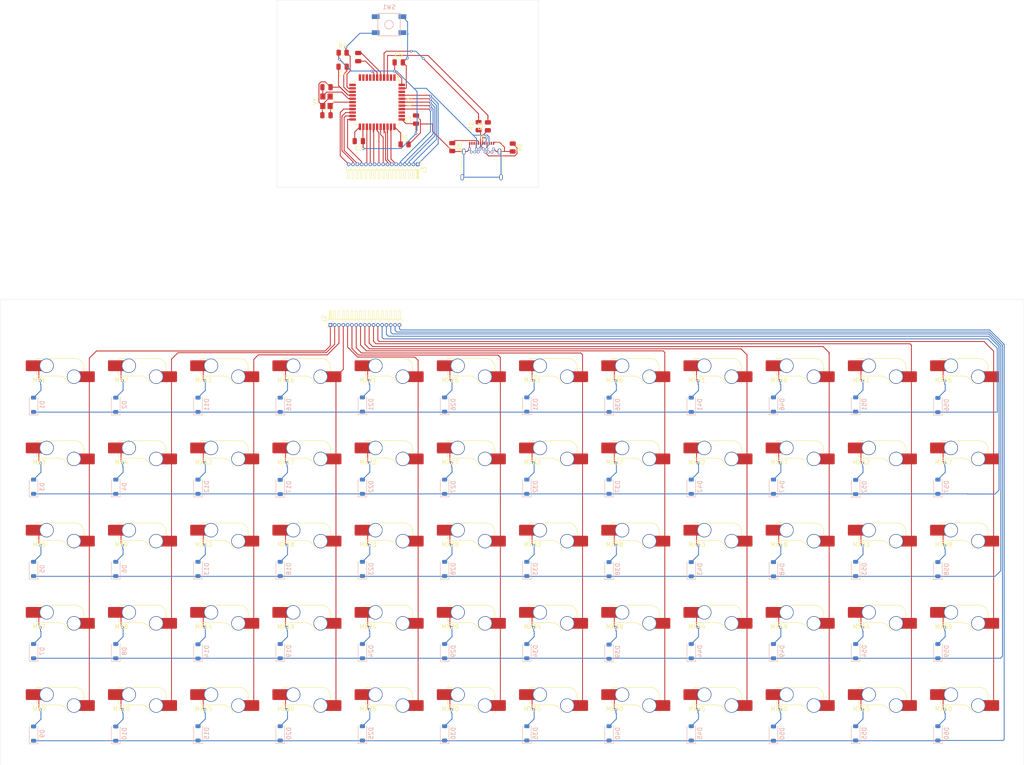
<source format=kicad_pcb>
(kicad_pcb (version 20240108) (generator "pcbnew") (generator_version "8.0")
  (layers (0 "F.Cu" signal) (31 "B.Cu" signal) (34 "B.Paste" user) (35 "F.Paste" user) (36 "B.SilkS" user "B.Silkscreen") (37 "F.SilkS" user "F.Silkscreen") (38 "B.Mask" user) (39 "F.Mask" user) (44 "Edge.Cuts" user))
  (net 0 "")
  (net 1 "GND")
  (net 2 "+5V")
  (net 3 "ROW0.2")
  (net 4 "Net-(D1-A)")
  (net 5 "Net-(D2-A)")
  (net 6 "ROW1.2")
  (net 7 "Net-(D3-A)")
  (net 8 "Net-(D4-A)")
  (net 9 "ROW2.2")
  (net 10 "Net-(D5-A)")
  (net 11 "Net-(D6-A)")
  (net 12 "Net-(D7-A)")
  (net 13 "ROW3.2")
  (net 14 "Net-(D8-A)")
  (net 15 "Net-(D9-A)")
  (net 16 "ROW4.2")
  (net 17 "Net-(D10-A)")
  (net 18 "Net-(D11-A)")
  (net 19 "Net-(D12-A)")
  (net 20 "Net-(D13-A)")
  (net 21 "Net-(D14-A)")
  (net 22 "Net-(D15-A)")
  (net 23 "Net-(D16-A)")
  (net 24 "Net-(D17-A)")
  (net 25 "Net-(D18-A)")
  (net 26 "Net-(D19-A)")
  (net 27 "Net-(D20-A)")
  (net 28 "Net-(D21-A)")
  (net 29 "Net-(D22-A)")
  (net 30 "Net-(D23-A)")
  (net 31 "Net-(D24-A)")
  (net 32 "Net-(D25-A)")
  (net 33 "Net-(D26-A)")
  (net 34 "Net-(D27-A)")
  (net 35 "Net-(D28-A)")
  (net 36 "Net-(D29-A)")
  (net 37 "Net-(D30-A)")
  (net 38 "Net-(D31-A)")
  (net 39 "Net-(D32-A)")
  (net 40 "Net-(D33-A)")
  (net 41 "Net-(D34-A)")
  (net 42 "Net-(D35-A)")
  (net 43 "Net-(D36-A)")
  (net 44 "Net-(D37-A)")
  (net 45 "Net-(D38-A)")
  (net 46 "Net-(D39-A)")
  (net 47 "Net-(D40-A)")
  (net 48 "Net-(D41-A)")
  (net 49 "Net-(D42-A)")
  (net 50 "Net-(D43-A)")
  (net 51 "Net-(D44-A)")
  (net 52 "Net-(D45-A)")
  (net 53 "Net-(D46-A)")
  (net 54 "Net-(D47-A)")
  (net 55 "Net-(D48-A)")
  (net 56 "Net-(D49-A)")
  (net 57 "Net-(D50-A)")
  (net 58 "Net-(D51-A)")
  (net 59 "Net-(D52-A)")
  (net 60 "Net-(D53-A)")
  (net 61 "Net-(D54-A)")
  (net 62 "Net-(D55-A)")
  (net 63 "Net-(D56-A)")
  (net 64 "Net-(D57-A)")
  (net 65 "Net-(D58-A)")
  (net 66 "Net-(D59-A)")
  (net 67 "Net-(D60-A)")
  (net 68 "Net-(J1-CC1)")
  (net 69 "Net-(J1-CC2)")
  (net 70 "D+")
  (net 71 "D-")
  (net 81 "Net-(U2-~{RESET})")
  (net 82 "Net-(U2-D-)")
  (net 83 "Net-(U2-D+)")
  (net 84 "Net-(U2-~{HWB}{slash}PE2)")
  (net 85 "Net-(U2-XTAL2)")
  (net 86 "Net-(U2-XTAL1)")
  (net 87 "Net-(U2-UCAP)")
  (net 98 "COL7.2")
  (net 99 "COL7.1")
  (net 100 "COL0.2")
  (net 101 "COL1.2")
  (net 102 "COL2.2")
  (net 103 "COL3.2")
  (net 104 "COL4.2")
  (net 105 "COL5.2")
  (net 106 "COL6.2")
  (net 107 "COL8.2")
  (net 108 "COL9.2")
  (net 109 "COL10.2")
  (net 110 "COL11.2")
  (net 111 "COL6.1")
  (net 112 "COL11.1")
  (net 113 "COL2.1")
  (net 114 "COL10.1")
  (net 115 "ROW0.1")
  (net 116 "COL5.1")
  (net 117 "COL0.1")
  (net 118 "ROW4.1")
  (net 119 "ROW1.1")
  (net 120 "ROW2.1")
  (net 121 "COL1.1")
  (net 122 "COL4.1")
  (net 123 "COL8.1")
  (net 124 "COL9.1")
  (net 125 "ROW3.1")
  (net 126 "COL3.1")
  (footprint "PCM_marbastlib-mx:SW_MX_HS_CPG151101S11_1u" (layer "F.Cu") (at 153.9875 132.55625)
    (property "Reference" "MX30")
    (property "Value" "MX_SW_HS")
  )
  (footprint "Resistor_SMD:R_0805_2012Metric" (layer "F.Cu") (at 164.204074 0.705926 -90)
    (property "Reference" "R6")
    (property "Value" "5.1k")
  )
  (footprint "PCM_marbastlib-mx:SW_MX_HS_CPG151101S11_1u" (layer "F.Cu") (at 96.8375 94.45625)
    (property "Reference" "MX13")
    (property "Value" "MX_SW_HS")
  )
  (footprint "PCM_marbastlib-mx:SW_MX_HS_CPG151101S11_1u" (layer "F.Cu") (at 134.9375 94.45625)
    (property "Reference" "MX23")
    (property "Value" "MX_SW_HS")
  )
  (footprint "PCM_marbastlib-mx:SW_MX_HS_CPG151101S11_1u" (layer "F.Cu") (at 134.9375 56.35625)
    (property "Reference" "MX21")
    (property "Value" "MX_SW_HS")
  )
  (footprint "PCM_marbastlib-mx:SW_MX_HS_CPG151101S11_1u" (layer "F.Cu") (at 249.2375 75.40625)
    (property "Reference" "MX52")
    (property "Value" "MX_SW_HS")
  )
  (footprint "Crystal:Crystal_SMD_3225-4Pin_3.2x2.5mm" (layer "F.Cu") (at 121.05 -10.01875 90)
    (property "Reference" "Y1")
    (property "Value" "Crystal_GND24_Small")
  )
  (footprint "PCM_marbastlib-mx:SW_MX_HS_CPG151101S11_1u" (layer "F.Cu") (at 115.8875 56.35625)
    (property "Reference" "MX16")
    (property "Value" "MX_SW_HS")
  )
  (footprint "PCM_marbastlib-mx:SW_MX_HS_CPG151101S11_1u" (layer "F.Cu") (at 268.2875 56.35625)
    (property "Reference" "MX56")
    (property "Value" "MX_SW_HS")
  )
  (footprint "Resistor_SMD:R_0805_2012Metric" (layer "F.Cu") (at 124.8 -21.26875)
    (property "Reference" "R4")
    (property "Value" "10k")
  )
  (footprint "PCM_marbastlib-mx:SW_MX_HS_CPG151101S11_1u" (layer "F.Cu") (at 268.2875 132.55625)
    (property "Reference" "MX60")
    (property "Value" "MX_SW_HS")
  )
  (footprint "Connector_USB:USB_C_Receptacle_Amphenol_12401548E4-2A" (layer "F.Cu") (at 157.004074 4.755926)
    (property "Reference" "J1")
    (property "Value" "USB_C_Receptacle")
  )
  (footprint "PCM_marbastlib-mx:SW_MX_HS_CPG151101S11_1u" (layer "F.Cu") (at 77.7875 94.45625)
    (property "Reference" "MX6")
    (property "Value" "MX_SW_HS")
  )
  (footprint "PCM_marbastlib-mx:SW_MX_HS_CPG151101S11_1u" (layer "F.Cu") (at 58.7375 75.40625)
    (property "Reference" "MX3")
    (property "Value" "MX_SW_HS")
  )
  (footprint "PCM_marbastlib-mx:SW_MX_HS_CPG151101S11_1u" (layer "F.Cu") (at 211.1375 75.40625)
    (property "Reference" "MX42")
    (property "Value" "MX_SW_HS")
  )
  (footprint "PCM_marbastlib-mx:SW_MX_HS_CPG151101S11_1u" (layer "F.Cu") (at 211.1375 132.55625)
    (property "Reference" "MX45")
    (property "Value" "MX_SW_HS")
  )
  (footprint "PCM_marbastlib-mx:SW_MX_HS_CPG151101S11_1u" (layer "F.Cu") (at 77.7875 113.50625)
    (property "Reference" "MX8")
    (property "Value" "MX_SW_HS")
  )
  (footprint "PCM_marbastlib-mx:SW_MX_HS_CPG151101S11_1u" (layer "F.Cu") (at 173.0375 132.55625)
    (property "Reference" "MX35")
    (property "Value" "MX_SW_HS")
  )
  (footprint "PCM_marbastlib-mx:SW_MX_HS_CPG151101S11_1u" (layer "F.Cu") (at 192.0875 56.35625)
    (property "Reference" "MX36")
    (property "Value" "MX_SW_HS")
  )
  (footprint "PCM_marbastlib-mx:SW_MX_HS_CPG151101S11_1u" (layer "F.Cu") (at 58.7375 56.35625)
    (property "Reference" "MX1")
    (property "Value" "MX_SW_HS")
  )
  (footprint "PCM_marbastlib-mx:SW_MX_HS_CPG151101S11_1u" (layer "F.Cu") (at 249.2375 132.55625)
    (property "Reference" "MX55")
    (property "Value" "MX_SW_HS")
  )
  (footprint "PCM_marbastlib-mx:SW_MX_HS_CPG151101S11_1u" (layer "F.Cu") (at 58.7375 132.55625)
    (property "Reference" "MX9")
    (property "Value" "MX_SW_HS")
  )
  (footprint "PCM_marbastlib-mx:SW_MX_HS_CPG151101S11_1u" (layer "F.Cu") (at 192.0875 113.50625)
    (property "Reference" "MX39")
    (property "Value" "MX_SW_HS")
  )
  (footprint "PCM_marbastlib-mx:SW_MX_HS_CPG151101S11_1u" (layer "F.Cu") (at 96.8375 56.35625)
    (property "Reference" "MX11")
    (property "Value" "MX_SW_HS")
  )
  (footprint "PCM_marbastlib-mx:SW_MX_HS_CPG151101S11_1u" (layer "F.Cu") (at 134.9375 113.50625)
    (property "Reference" "MX24")
    (property "Value" "MX_SW_HS")
  )
  (footprint "PCM_marbastlib-mx:SW_MX_HS_CPG151101S11_1u" (layer "F.Cu") (at 192.0875 75.40625)
    (property "Reference" "MX37")
    (property "Value" "MX_SW_HS")
  )
  (footprint "PCM_marbastlib-mx:SW_MX_HS_CPG151101S11_1u" (layer "F.Cu") (at 173.0375 75.40625)
    (property "Reference" "MX32")
    (property "Value" "MX_SW_HS")
  )
  (footprint "PCM_marbastlib-mx:SW_MX_HS_CPG151101S11_1u" (layer "F.Cu") (at 115.8875 132.55625)
    (property "Reference" "MX20")
    (property "Value" "MX_SW_HS")
  )
  (footprint "PCM_marbastlib-mx:SW_MX_HS_CPG151101S11_1u" (layer "F.Cu") (at 230.1875 94.45625)
    (property "Reference" "MX48")
    (property "Value" "MX_SW_HS")
  )
  (footprint "PCM_marbastlib-mx:SW_MX_HS_CPG151101S11_1u" (layer "F.Cu") (at 173.0375 94.45625)
    (property "Reference" "MX33")
    (property "Value" "MX_SW_HS")
  )
  (footprint "PCM_marbastlib-mx:SW_MX_HS_CPG151101S11_1u" (layer "F.Cu") (at 77.7875 56.35625)
    (property "Reference" "MX2")
    (property "Value" "MX_SW_HS")
  )
  (footprint "Resistor_SMD:R_0805_2012Metric" (layer "F.Cu") (at 150.204074 0.605926 -90)
    (property "Reference" "R5")
    (property "Value" "5.1k")
  )
  (footprint "PCM_marbastlib-mx:SW_MX_HS_CPG151101S11_1u" (layer "F.Cu") (at 96.8375 132.55625)
    (property "Reference" "MX15")
    (property "Value" "MX_SW_HS")
  )
  (footprint "PCM_marbastlib-mx:SW_MX_HS_CPG151101S11_1u" (layer "F.Cu") (at 58.7375 94.45625)
    (property "Reference" "MX5")
    (property "Value" "MX_SW_HS")
  )
  (footprint "PCM_marbastlib-mx:SW_MX_HS_CPG151101S11_1u" (layer "F.Cu") (at 249.2375 94.45625)
    (property "Reference" "MX53")
    (property "Value" "MX_SW_HS")
  )
  (footprint "PCM_marbastlib-mx:SW_MX_HS_CPG151101S11_1u" (layer "F.Cu") (at 230.1875 56.35625)
    (property "Reference" "MX46")
    (property "Value" "MX_SW_HS")
  )
  (footprint "PCM_marbastlib-mx:SW_MX_HS_CPG151101S11_1u" (layer "F.Cu") (at 268.2875 75.40625)
    (property "Reference" "MX57")
    (property "Value" "MX_SW_HS")
  )
  (footprint "PCM_marbastlib-mx:SW_MX_HS_CPG151101S11_1u" (layer "F.Cu") (at 173.0375 56.35625)
    (property "Reference" "MX31")
    (property "Value" "MX_SW_HS")
  )
  (footprint "Package_QFP:TQFP-44_10x10mm_P0.8mm" (layer "F.Cu") (at 132.8 -9.8 -90)
    (property "Reference" "U2")
    (property "Value" "ATmega32U4-A")
  )
  (footprint "PCM_marbastlib-mx:SW_MX_HS_CPG151101S11_1u" (layer "F.Cu") (at 134.9375 132.55625)
    (property "Reference" "MX25")
    (property "Value" "MX_SW_HS")
  )
  (footprint "Capacitor_SMD:C_0805_2012Metric" (layer "F.Cu") (at 124.8 -18.01875 180)
    (property "Reference" "C4")
    (property "Value" "0.1uF")
  )
  (footprint "PCM_marbastlib-mx:SW_MX_HS_CPG151101S11_1u" (layer "F.Cu") (at 211.1375 56.35625)
    (property "Reference" "MX41")
    (property "Value" "MX_SW_HS")
  )
  (footprint "PCM_marbastlib-mx:SW_MX_HS_CPG151101S11_1u" (layer "F.Cu") (at 58.7375 113.50625)
    (property "Reference" "MX7")
    (property "Value" "MX_SW_HS")
  )
  (footprint "PCM_marbastlib-mx:SW_MX_HS_CPG151101S11_1u" (layer "F.Cu") (at 153.9875 75.40625)
    (property "Reference" "MX27")
    (property "Value" "MX_SW_HS")
  )
  (footprint "PCM_marbastlib-mx:SW_MX_HS_CPG151101S11_1u" (layer "F.Cu") (at 115.8875 94.45625)
    (property "Reference" "MX18")
    (property "Value" "MX_SW_HS")
  )
  (footprint "PCM_marbastlib-mx:SW_MX_HS_CPG151101S11_1u" (layer "F.Cu") (at 230.1875 132.55625)
    (property "Reference" "MX50")
    (property "Value" "MX_SW_HS")
  )
  (footprint "Capacitor_SMD:C_0805_2012Metric" (layer "F.Cu") (at 128.55 -0.76875 180)
    (property "Reference" "C3")
    (property "Value" "0.1uF")
  )
  (footprint "Connector_PinHeader_1.00mm:PinHeader_1x17_P1.00mm_Horizontal" (layer "F.Cu") (at 142.2 4.6 -90)
    (property "Reference" "J3")
    (property "Value" "Conn_01x17_Socket")
  )
  (footprint "PCM_marbastlib-mx:SW_MX_HS_CPG151101S11_1u" (layer "F.Cu") (at 249.2375 56.35625)
    (property "Reference" "MX51")
    (property "Value" "MX_SW_HS")
  )
  (footprint "PCM_marbastlib-mx:SW_MX_HS_CPG151101S11_1u" (layer "F.Cu") (at 192.0875 132.55625)
    (property "Reference" "MX40")
    (property "Value" "MX_SW_HS")
  )
  (footprint "PCM_marbastlib-mx:SW_MX_HS_CPG151101S11_1u" (layer "F.Cu") (at 96.8375 75.40625)
    (property "Reference" "MX12")
    (property "Value" "MX_SW_HS")
  )
  (footprint "PCM_marbastlib-mx:SW_MX_HS_CPG151101S11_1u" (layer "F.Cu") (at 230.1875 75.40625)
    (property "Reference" "MX47")
    (property "Value" "MX_SW_HS")
  )
  (footprint "PCM_marbastlib-mx:SW_MX_HS_CPG151101S11_1u" (layer "F.Cu") (at 268.2875 94.45625)
    (property "Reference" "MX58")
    (property "Value" "MX_SW_HS")
  )
  (footprint "Connector_PinHeader_1.00mm:PinHeader_1x17_P1.00mm_Horizontal" (layer "F.Cu") (at 121.95 41.825 90)
    (property "Reference" "J2")
    (property "Value" "Conn_01x17_Socket")
  )
  (footprint "PCM_marbastlib-mx:SW_MX_HS_CPG151101S11_1u" (layer "F.Cu") (at 268.2875 113.50625)
    (property "Reference" "MX59")
    (property "Value" "MX_SW_HS")
  )
  (footprint "PCM_marbastlib-mx:SW_MX_HS_CPG151101S11_1u" (layer "F.Cu") (at 211.1375 94.45625)
    (property "Reference" "MX43")
    (property "Value" "MX_SW_HS")
  )
  (footprint "Capacitor_SMD:C_0805_2012Metric" (layer "F.Cu") (at 121.05 -6.76875)
    (property "Reference" "C6" (hide yes))
    (property "Value" "22pF")
  )
  (footprint "PCM_marbastlib-mx:SW_MX_HS_CPG151101S11_1u" (layer "F.Cu") (at 249.2375 113.50625)
    (property "Reference" "MX54")
    (property "Value" "MX_SW_HS")
  )
  (footprint "PCM_marbastlib-mx:SW_MX_HS_CPG151101S11_1u" (layer "F.Cu") (at 115.8875 113.50625)
    (property "Reference" "MX19")
    (property "Value" "MX_SW_HS")
  )
  (footprint "PCM_marbastlib-mx:SW_MX_HS_CPG151101S11_1u" (layer "F.Cu") (at 96.8375 113.50625)
    (property "Reference" "MX14")
    (property "Value" "MX_SW_HS")
  )
  (footprint "Capacitor_SMD:C_0805_2012Metric" (layer "F.Cu") (at 137.8 -19.01875)
    (property "Reference" "C5")
    (property "Value" "10uF")
  )
  (footprint "PCM_marbastlib-mx:SW_MX_HS_CPG151101S11_1u" (layer "F.Cu") (at 134.9375 75.40625)
    (property "Reference" "MX22")
    (property "Value" "MX_SW_HS")
  )
  (footprint "Resistor_SMD:R_0805_2012Metric" (layer "F.Cu") (at 139.15 -0.01875)
    (property "Reference" "R1")
    (property "Value" "10k")
  )
  (footprint "PCM_marbastlib-mx:SW_MX_HS_CPG151101S11_1u" (layer "F.Cu") (at 153.9875 56.35625)
    (property "Reference" "MX26")
    (property "Value" "MX_SW_HS")
  )
  (footprint "PCM_marbastlib-mx:SW_MX_HS_CPG151101S11_1u" (layer "F.Cu") (at 153.9875 94.45625)
    (property "Reference" "MX28")
    (property "Value" "MX_SW_HS")
  )
  (footprint "Capacitor_SMD:C_0805_2012Metric" (layer "F.Cu") (at 121.05 -13.26875 180)
    (property "Reference" "C7" (hide yes))
    (property "Value" "22pF")
  )
  (footprint "Resistor_SMD:R_0805_2012Metric" (layer "F.Cu") (at 158.454074 -4.194074 90)
    (property "Reference" "R3")
    (property "Value" "22")
  )
  (footprint "PCM_marbastlib-mx:SW_MX_HS_CPG151101S11_1u" (layer "F.Cu") (at 230.1875 113.50625)
    (property "Reference" "MX49")
    (property "Value" "MX_SW_HS")
  )
  (footprint "Capacitor_SMD:C_0805_2012Metric" (layer "F.Cu") (at 128.4 -20.25 90)
    (property "Reference" "C1" (hide yes))
    (property "Value" "1uF")
  )
  (footprint "PCM_marbastlib-mx:SW_MX_HS_CPG151101S11_1u" (layer "F.Cu") (at 211.1375 113.50625)
    (property "Reference" "MX44")
    (property "Value" "MX_SW_HS")
  )
  (footprint "PCM_marbastlib-mx:SW_MX_HS_CPG151101S11_1u" (layer "F.Cu") (at 77.7875 75.40625)
    (property "Reference" "MX4")
    (property "Value" "MX_SW_HS")
  )
  (footprint "PCM_marbastlib-mx:SW_MX_HS_CPG151101S11_1u" (layer "F.Cu") (at 192.0875 94.45625)
    (property "Reference" "MX38")
    (property "Value" "MX_SW_HS")
  )
  (footprint "PCM_marbastlib-mx:SW_MX_HS_CPG151101S11_1u" (layer "F.Cu") (at 153.9875 113.50625)
    (property "Reference" "MX29")
    (property "Value" "MX_SW_HS")
  )
  (footprint "Resistor_SMD:R_0805_2012Metric" (layer "F.Cu") (at 156.304074 -4.244074 90)
    (property "Reference" "R2")
    (property "Value" "22")
  )
  (footprint "PCM_marbastlib-mx:SW_MX_HS_CPG151101S11_1u" (layer "F.Cu") (at 77.7875 132.55625)
    (property "Reference" "MX10")
    (property "Value" "MX_SW_HS")
  )
  (footprint "PCM_marbastlib-mx:SW_MX_HS_CPG151101S11_1u" (layer "F.Cu") (at 173.0375 113.50625)
    (property "Reference" "MX34")
    (property "Value" "MX_SW_HS")
  )
  (footprint "PCM_marbastlib-mx:SW_MX_HS_CPG151101S11_1u" (layer "F.Cu") (at 115.8875 75.40625)
    (property "Reference" "MX17")
    (property "Value" "MX_SW_HS")
  )
  (footprint "Capacitor_SMD:C_0805_2012Metric" (layer "F.Cu") (at 141.8 -5.76875 90)
    (property "Reference" "C2")
    (property "Value" "0.1uF")
  )
  (footprint "Diode_SMD:D_SOD-123" (layer "B.Cu") (at 91.28125 60.325 90)
    (property "Reference" "D11")
    (property "Value" "D_Small")
  )
  (footprint "Diode_SMD:D_SOD-123" (layer "B.Cu") (at 53.18125 79.3125 90)
    (property "Reference" "D3")
    (property "Value" "D_Small")
  )
  (footprint "Diode_SMD:D_SOD-123" (layer "B.Cu") (at 148.43125 98.3625 90)
    (property "Reference" "D28")
    (property "Value" "D_Small")
  )
  (footprint "Diode_SMD:D_SOD-123" (layer "B.Cu") (at 167.48125 79.3125 90)
    (property "Reference" "D32")
    (property "Value" "D_Small")
  )
  (footprint "Diode_SMD:D_SOD-123" (layer "B.Cu") (at 91.28125 79.3125 90)
    (property "Reference" "D12")
    (property "Value" "D_Small")
  )
  (footprint "Diode_SMD:D_SOD-123" (layer "B.Cu") (at 205.58125 98.425 90)
    (property "Reference" "D43")
    (property "Value" "D_Small")
  )
  (footprint "Diode_SMD:D_SOD-123" (layer "B.Cu") (at 186.53125 136.4625 90)
    (property "Reference" "D40")
    (property "Value" "D_Small")
  )
  (footprint "Diode_SMD:D_SOD-123" (layer "B.Cu") (at 186.53125 98.425 90)
    (property "Reference" "D38")
    (property "Value" "D_Small")
  )
  (footprint "Diode_SMD:D_SOD-123" (layer "B.Cu") (at 224.63125 117.4125 90)
    (property "Reference" "D49")
    (property "Value" "D_Small")
  )
  (footprint "Diode_SMD:D_SOD-123" (layer "B.Cu") (at 243.68125 60.2625 90)
    (property "Reference" "D51")
    (property "Value" "D_Small")
  )
  (footprint "Diode_SMD:D_SOD-123" (layer "B.Cu") (at 243.68125 98.3625 90)
    (property "Reference" "D53")
    (property "Value" "D_Small")
  )
  (footprint "Diode_SMD:D_SOD-123" (layer "B.Cu") (at 262.73125 136.4625 90)
    (property "Reference" "D60")
    (property "Value" "D_Small")
  )
  (footprint "Diode_SMD:D_SOD-123" (layer "B.Cu") (at 53.18125 98.3625 90)
    (property "Reference" "D5")
    (property "Value" "D_Small")
  )
  (footprint "Diode_SMD:D_SOD-123" (layer "B.Cu") (at 91.28125 117.475 90)
    (property "Reference" "D14")
    (property "Value" "D_Small")
  )
  (footprint "Diode_SMD:D_SOD-123" (layer "B.Cu") (at 224.63125 136.525 90)
    (property "Reference" "D50")
    (property "Value" "D_Small")
  )
  (footprint "Diode_SMD:D_SOD-123" (layer "B.Cu") (at 224.63125 98.425 90)
    (property "Reference" "D48")
    (property "Value" "D_Small")
  )
  (footprint "Diode_SMD:D_SOD-123" (layer "B.Cu") (at 72.23125 136.525 90)
    (property "Reference" "D10")
    (property "Value" "D_Small")
  )
  (footprint "Diode_SMD:D_SOD-123" (layer "B.Cu") (at 53.18125 117.4125 90)
    (property "Reference" "D7")
    (property "Value" "D_Small")
  )
  (footprint "Diode_SMD:D_SOD-123" (layer "B.Cu") (at 148.43125 60.2625 90)
    (property "Reference" "D26")
    (property "Value" "D_Small")
  )
  (footprint "Diode_SMD:D_SOD-123" (layer "B.Cu") (at 91.28125 136.4625 90)
    (property "Reference" "D15")
    (property "Value" "D_Small")
  )
  (footprint "Diode_SMD:D_SOD-123" (layer "B.Cu") (at 53.18125 136.525 90)
    (property "Reference" "D9")
    (property "Value" "D_Small")
  )
  (footprint "Diode_SMD:D_SOD-123" (layer "B.Cu") (at 262.73125 117.4125 90)
    (property "Reference" "D59")
    (property "Value" "D_Small")
  )
  (footprint "Diode_SMD:D_SOD-123" (layer "B.Cu") (at 110.33125 117.4125 90)
    (property "Reference" "D19")
    (property "Value" "D_Small")
  )
  (footprint "Diode_SMD:D_SOD-123" (layer "B.Cu") (at 186.53125 60.325 90)
    (property "Reference" "D36")
    (property "Value" "D_Small")
  )
  (footprint "Diode_SMD:D_SOD-123" (layer "B.Cu") (at 129.38125 79.3125 90)
    (property "Reference" "D22")
    (property "Value" "D_Small")
  )
  (footprint "Diode_SMD:D_SOD-123" (layer "B.Cu") (at 129.38125 136.4625 90)
    (property "Reference" "D25")
    (property "Value" "D_Small")
  )
  (footprint "Diode_SMD:D_SOD-123" (layer "B.Cu") (at 129.38125 98.3625 90)
    (property "Reference" "D23")
    (property "Value" "D_Small")
  )
  (footprint "Diode_SMD:D_SOD-123" (layer "B.Cu") (at 72.23125 98.3625 90)
    (property "Reference" "D6")
    (property "Value" "D_Small")
  )
  (footprint "Diode_SMD:D_SOD-123" (layer "B.Cu") (at 72.23125 60.325 90)
    (property "Reference" "D2")
    (property "Value" "D_Small")
  )
  (footprint "Diode_SMD:D_SOD-123" (layer "B.Cu") (at 72.23125 117.4125 90)
    (property "Reference" "D8")
    (property "Value" "D_Small")
  )
  (footprint "Diode_SMD:D_SOD-123" (layer "B.Cu") (at 72.23125 79.3125 90)
    (property "Reference" "D4")
    (property "Value" "D_Small")
  )
  (footprint "Diode_SMD:D_SOD-123" (layer "B.Cu") (at 205.58125 60.325 90)
    (property "Reference" "D41")
    (property "Value" "D_Small")
  )
  (footprint "Diode_SMD:D_SOD-123" (layer "B.Cu") (at 110.33125 60.325 90)
    (property "Reference" "D16")
    (property "Value" "D_Small")
  )
  (footprint "Diode_SMD:D_SOD-123" (layer "B.Cu") (at 167.48125 136.4625 90)
    (property "Reference" "D35")
    (property "Value" "D_Small")
  )
  (footprint "Diode_SMD:D_SOD-123" (layer "B.Cu") (at 205.58125 136.4625 90)
    (property "Reference" "D45")
    (property "Value" "D_Small")
  )
  (footprint "Diode_SMD:D_SOD-123" (layer "B.Cu") (at 167.48125 60.2625 90)
    (property "Reference" "D31")
    (property "Value" "D_Small")
  )
  (footprint "Diode_SMD:D_SOD-123" (layer "B.Cu") (at 53.18125 60.325 90)
    (property "Reference" "D1")
    (property "Value" "D_Small")
  )
  (footprint "Diode_SMD:D_SOD-123" (layer "B.Cu") (at 205.58125 117.4125 90)
    (property "Reference" "D44")
    (property "Value" "D_Small")
  )
  (footprint "Diode_SMD:D_SOD-123" (layer "B.Cu") (at 110.33125 98.3625 90)
    (property "Reference" "D18")
    (property "Value" "D_Small")
  )
  (footprint "Diode_SMD:D_SOD-123" (layer "B.Cu") (at 243.68125 136.4625 90)
    (property "Reference" "D55")
    (property "Value" "D_Small")
  )
  (footprint "Diode_SMD:D_SOD-123" (layer "B.Cu") (at 186.53125 117.5375 90)
    (property "Reference" "D39")
    (property "Value" "D_Small")
  )
  (footprint "Diode_SMD:D_SOD-123" (layer "B.Cu") (at 129.38125 60.2625 90)
    (property "Reference" "D21")
    (property "Value" "D_Small")
  )
  (footprint "Diode_SMD:D_SOD-123" (layer "B.Cu") (at 91.28125 98.3625 90)
    (property "Reference" "D13")
    (property "Value" "D_Small")
  )
  (footprint "Diode_SMD:D_SOD-123" (layer "B.Cu") (at 262.73125 60.3875 90)
    (property "Reference" "D56")
    (property "Value" "D_Small")
  )
  (footprint "Diode_SMD:D_SOD-123" (layer "B.Cu") (at 186.53125 79.3125 90)
    (property "Reference" "D37")
    (property "Value" "D_Small")
  )
  (footprint "Diode_SMD:D_SOD-123" (layer "B.Cu") (at 110.33125 136.4625 90)
    (property "Reference" "D20")
    (property "Value" "D_Small")
  )
  (footprint "Diode_SMD:D_SOD-123" (layer "B.Cu") (at 148.43125 117.4125 90)
    (property "Reference" "D29")
    (property "Value" "D_Small")
  )
  (footprint "Diode_SMD:D_SOD-123" (layer "B.Cu") (at 148.43125 136.4625 90)
    (property "Reference" "D30")
    (property "Value" "D_Small")
  )
  (footprint "Diode_SMD:D_SOD-123" (layer "B.Cu") (at 243.68125 79.375 90)
    (property "Reference" "D52")
    (property "Value" "D_Small")
  )
  (footprint "random-keyboard-parts:SKQG-1155865" (layer "B.Cu") (at 135.55 -27.76875)
    (property "Reference" "SW1")
    (property "Value" "SW_Push")
  )
  (footprint "Diode_SMD:D_SOD-123" (layer "B.Cu") (at 262.73125 79.3125 90)
    (property "Reference" "D57")
    (property "Value" "D_Small")
  )
  (footprint "Diode_SMD:D_SOD-123" (layer "B.Cu") (at 205.58125 79.3125 90)
    (property "Reference" "D42")
    (property "Value" "D_Small")
  )
  (footprint "Diode_SMD:D_SOD-123" (layer "B.Cu") (at 224.63125 79.3125 90)
    (property "Reference" "D47")
    (property "Value" "D_Small")
  )
  (footprint "Diode_SMD:D_SOD-123" (layer "B.Cu") (at 148.43125 79.3125 90)
    (property "Reference" "D27")
    (property "Value" "D_Small")
  )
  (footprint "Diode_SMD:D_SOD-123" (layer "B.Cu") (at 262.73125 98.425 90)
    (property "Reference" "D58")
    (property "Value" "D_Small")
  )
  (footprint "Diode_SMD:D_SOD-123" (layer "B.Cu") (at 129.38125 117.4125 90)
    (property "Reference" "D24")
    (property "Value" "D_Small")
  )
  (footprint "Diode_SMD:D_SOD-123" (layer "B.Cu") (at 224.63125 60.2625 90)
    (property "Reference" "D46")
    (property "Value" "D_Small")
  )
  (footprint "Diode_SMD:D_SOD-123" (layer "B.Cu") (at 110.33125 79.375 90)
    (property "Reference" "D17")
    (property "Value" "D_Small")
  )
  (footprint "Diode_SMD:D_SOD-123" (layer "B.Cu") (at 243.68125 117.4125 90)
    (property "Reference" "D54")
    (property "Value" "D_Small")
  )
  (footprint "Diode_SMD:D_SOD-123" (layer "B.Cu") (at 167.48125 117.4125 90)
    (property "Reference" "D34")
    (property "Value" "D_Small")
  )
  (footprint "Diode_SMD:D_SOD-123" (layer "B.Cu") (at 167.48125 98.3625 90)
    (property "Reference" "D33")
    (property "Value" "D_Small")
  )
  (gr_rect (start 109.6 -33.45) (end 170.2 9.9) (stroke (width 0.05)) (fill none) (layer "Edge.Cuts"))
  (gr_rect (start 45.425 36) (end 282.675 143.825) (stroke (width 0.05)) (fill none) (layer "Edge.Cuts"))
  (segment (start 120.75 -14.51875) (end 122 -13.26875) (width 0.2) (layer "F.Cu") (net 1))
  (segment (start 129.125 -21.2) (end 133.6 -16.725) (width 0.2) (layer "F.Cu") (net 1))
  (segment (start 128.4 -21.2) (end 129.125 -21.2) (width 0.2) (layer "F.Cu") (net 1))
  (segment (start 139.55 -18.21875) (end 139.55 -13.1) (width 0.2) (layer "F.Cu") (net 1))
  (segment (start 162.304074 0.637778) (end 162.304074 1.618426) (width 0.2) (layer "F.Cu") (net 1))
  (segment (start 139.75 -20.01875) (end 138.75 -19.01875) (width 0.2) (layer "F.Cu") (net 1))
  (segment (start 121.9 -11.01875) (end 120.2 -9.31875) (width 0.2) (layer "F.Cu") (net 1))
  (segment (start 142.825 -4.75) (end 142.825 -5.69375) (width 0.2) (layer "F.Cu") (net 1))
  (segment (start 142.825 -2.695221) (end 140.148529 -0.01875) (width 0.2) (layer "F.Cu") (net 1))
  (segment (start 142.825 -2.695221) (end 142.825 -4.75) (width 0.2) (layer "F.Cu") (net 1))
  (segment (start 119.3 -9.81875) (end 119.3 -14.01875) (width 0.2) (layer "F.Cu") (net 1))
  (segment (start 160.019074 -0.529074) (end 161.137222 -0.529074) (width 0.2) (layer "F.Cu") (net 1))
  (segment (start 162.304074 1.618426) (end 161.161574 1.618426) (width 0.2) (layer "F.Cu") (net 1))
  (segment (start 153.604074 1.645926) (end 152.874074 1.645926) (width 0.2) (layer "F.Cu") (net 1))
  (segment (start 121.9 -11.11875) (end 121.9 -11.01875) (width 0.2) (layer "F.Cu") (net 1))
  (segment (start 145.65 -4.75) (end 142.825 -4.75) (width 0.2) (layer "F.Cu") (net 1))
  (segment (start 142.825 -5.69375) (end 141.8 -6.71875) (width 0.2) (layer "F.Cu") (net 1))
  (segment (start 161.137222 -0.529074) (end 162.304074 0.637778) (width 0.2) (layer "F.Cu") (net 1))
  (segment (start 119.3 -14.01875) (end 119.8 -14.51875) (width 0.2) (layer "F.Cu") (net 1))
  (segment (start 122 -13.26875) (end 124.2125 -13.26875) (width 0.2) (layer "F.Cu") (net 1))
  (segment (start 154.204074 1.045926) (end 154.204074 -0.214074) (width 0.2) (layer "F.Cu") (net 1))
  (segment (start 140.148529 -0.01875) (end 140.0625 -0.01875) (width 0.2) (layer "F.Cu") (net 1))
  (segment (start 124.2125 -13.26875) (end 125.88125 -11.6) (width 0.2) (layer "F.Cu") (net 1))
  (segment (start 160.395926 1.645926) (end 159.8 1.05) (width 0.2) (layer "F.Cu") (net 1))
  (segment (start 161.161574 1.618426) (end 161.134074 1.645926) (width 0.2) (layer "F.Cu") (net 1))
  (segment (start 127.6 -0.76875) (end 127.6 -2.9) (width 0.2) (layer "F.Cu") (net 1))
  (segment (start 120.1 -6.76875) (end 120.1 -8.81875) (width 0.2) (layer "F.Cu") (net 1))
  (segment (start 139.55 -13.1) (end 139.45 -13) (width 0.2) (layer "F.Cu") (net 1))
  (segment (start 139.45 -13) (end 138.5 -13) (width 0.2) (layer "F.Cu") (net 1))
  (segment (start 125.88125 -11.6) (end 126.08125 -11.4) (width 0.2) (layer "F.Cu") (net 1))
  (segment (start 127.6 -2.9) (end 128.8 -4.1) (width 0.2) (layer "F.Cu") (net 1))
  (segment (start 138.75 -19.01875) (end 139.55 -18.21875) (width 0.2) (layer "F.Cu") (net 1))
  (segment (start 120.2 -8.91875) (end 119.3 -9.81875) (width 0.2) (layer "F.Cu") (net 1))
  (segment (start 154.204074 1.045926) (end 153.604074 1.645926) (width 0.2) (layer "F.Cu") (net 1))
  (segment (start 119.8 -14.51875) (end 120.75 -14.51875) (width 0.2) (layer "F.Cu") (net 1))
  (segment (start 164.204074 1.618426) (end 162.304074 1.618426) (width 0.2) (layer "F.Cu") (net 1))
  (segment (start 159.754074 -0.264074) (end 160.019074 -0.529074) (width 0.2) (layer "F.Cu") (net 1))
  (segment (start 120.1 -8.81875) (end 120.2 -8.91875) (width 0.2) (layer "F.Cu") (net 1))
  (segment (start 123.85 -13.63125) (end 125.88125 -11.6) (width 0.2) (layer "F.Cu") (net 1))
  (segment (start 123.85 -18.01875) (end 123.85 -13.63125) (width 0.2) (layer "F.Cu") (net 1))
  (segment (start 139.8 -20.01875) (end 139.75 -20.01875) (width 0.2) (layer "F.Cu") (net 1))
  (segment (start 150.204074 1.518426) (end 145.65 -3.035648) (width 0.2) (layer "F.Cu") (net 1))
  (segment (start 152.874074 1.645926) (end 150.331574 1.645926) (width 0.2) (layer "F.Cu") (net 1))
  (segment (start 154.204074 -0.214074) (end 154.254074 -0.264074) (width 0.2) (layer "F.Cu") (net 1))
  (segment (start 133.6 -16.725) (end 133.6 -15.5) (width 0.2) (layer "F.Cu") (net 1))
  (segment (start 120.2 -9.31875) (end 120.2 -8.91875) (width 0.2) (layer "F.Cu") (net 1))
  (segment (start 150.331574 1.645926) (end 150.204074 1.518426) (width 0.2) (layer "F.Cu") (net 1))
  (segment (start 145.65 -3.035648) (end 145.65 -4.75) (width 0.2) (layer "F.Cu") (net 1))
  (segment (start 126.08125 -11.4) (end 127.1 -11.4) (width 0.2) (layer "F.Cu") (net 1))
  (segment (start 161.134074 1.645926) (end 160.395926 1.645926) (width 0.2) (layer "F.Cu") (net 1))
  (via (at 139.8 -20.01875) (size 0.6) (drill 0.3) (layers "F.Cu" "B.Cu") (net 1))
  (segment (start 152.874074 7.235926) (end 152.514074 7.595926) (width 0.2) (layer "B.Cu") (net 1))
  (segment (start 138.65 -29.61875) (end 139.85 -28.41875) (width 0.2) (layer "B.Cu") (net 1))
  (segment (start 140 -25.65) (end 139.85 -25.5) (width 0.2) (layer "B.Cu") (net 1))
  (segment (start 161.494074 7.595926) (end 161.494074 2.005926) (width 0.2) (layer "B.Cu") (net 1))
  (segment (start 152.874074 1.645926) (end 152.874074 7.235926) (width 0.2) (layer "B.Cu") (net 1))
  (segment (start 161.494074 2.005926) (end 161.134074 1.645926) (width 0.2) (layer "B.Cu") (net 1))
  (segment (start 139.85 -28.41875) (end 139.85 -25.5) (width 0.2) (layer "B.Cu") (net 1))
  (segment (start 139.85 -25.5) (end 139.85 -20.06875) (width 0.2) (layer "B.Cu") (net 1))
  (segment (start 152.514074 7.595926) (end 161.494074 7.595926) (width 0.2) (layer "B.Cu") (net 1))
  (segment (start 139.85 -20.06875) (end 139.8 -20.01875) (width 0.2) (layer "B.Cu") (net 1))
  (segment (start 125.05 -16.26875) (end 125.05 -13.3) (width 0.2) (layer "F.Cu") (net 2))
  (segment (start 126.15 -12.2) (end 127.1 -12.2) (width 0.2) (layer "F.Cu") (net 2))
  (segment (start 136.85 -17.06875) (end 136.8 -17.01875) (width 0.2) (layer "F.Cu") (net 2))
  (segment (start 125.75 -16.96875) (end 125.05 -16.26875) (width 0.2) (layer "F.Cu") (net 2))
  (segment (start 123.8875 -21.26875) (end 123.8875 -19.88125) (width 0.2) (layer "F.Cu") (net 2))
  (segment (start 125.75 -18.01875) (end 125.75 -16.96875) (width 0.2) (layer "F.Cu") (net 2))
  (segment (start 136.85 -19.01875) (end 136.85 -17.06875) (width 0.2) (layer "F.Cu") (net 2))
  (segment (start 129.5 -4) (end 129.6 -4.1) (width 0.2) (layer "F.Cu") (net 2))
  (segment (start 155.754074 0.995926) (end 155.804074 1.045926) (width 0.2) (layer "F.Cu") (net 2))
  (segment (start 125.05 -13.3) (end 126.15 -12.2) (width 0.2) (layer "F.Cu") (net 2))
  (segment (start 129.55 -0.71875) (end 129.5 -0.76875) (width 0.2) (layer "F.Cu") (net 2))
  (segment (start 129.5 -0.76875) (end 129.5 -4) (width 0.2) (layer "F.Cu") (net 2))
  (segment (start 132 -15.5) (end 132 -16.56875) (width 0.2) (layer "F.Cu") (net 2))
  (segment (start 123.8875 -19.88125) (end 124.025 -19.74375) (width 0.2) (layer "F.Cu") (net 2))
  (segment (start 124.025 -19.74375) (end 125.75 -18.01875) (width 0.2) (layer "F.Cu") (net 2))
  (segment (start 139.48125 -4.81875) (end 138.5 -5.8) (width 0.2) (layer "F.Cu") (net 2))
  (segment (start 141.8 -4.81875) (end 139.48125 -4.81875) (width 0.2) (layer "F.Cu") (net 2))
  (segment (start 138.5 -13.8) (end 138.5 -15.31875) (width 0.2) (layer "F.Cu") (net 2))
  (segment (start 155.754074 -0.264074) (end 155.754074 0.995926) (width 0.2) (layer "F.Cu") (net 2))
  (segment (start 158.254074 -0.264074) (end 158.254074 0.995926) (width 0.2) (layer "F.Cu") (net 2))
  (segment (start 141.8 -4.81875) (end 141.8 -2.51875) (width 0.2) (layer "F.Cu") (net 2))
  (segment (start 158.254074 0.995926) (end 158.204074 1.045926) (width 0.2) (layer "F.Cu") (net 2))
  (segment (start 132 -16.56875) (end 131.55 -17.01875) (width 0.2) (layer "F.Cu") (net 2))
  (segment (start 129.55 0.95) (end 129.55 -0.71875) (width 0.2) (layer "F.Cu") (net 2))
  (segment (start 138.5 -15.31875) (end 136.8 -17.01875) (width 0.2) (layer "F.Cu") (net 2))
  (via (at 129.55 0.95) (size 0.6) (drill 0.3) (layers "F.Cu" "B.Cu") (net 2))
  (via (at 141.8 -2.51875) (size 0.6) (drill 0.3) (layers "F.Cu" "B.Cu") (net 2))
  (via (at 131.55 -17.01875) (size 0.6) (drill 0.3) (layers "F.Cu" "B.Cu") (net 2))
  (via (at 124.025 -19.74375) (size 0.6) (drill 0.3) (layers "F.Cu" "B.Cu") (net 2))
  (via (at 136.8 -17.01875) (size 0.6) (drill 0.3) (layers "F.Cu" "B.Cu") (net 2))
  (segment (start 141.8 -2.51875) (end 138.33125 0.95) (width 0.2) (layer "B.Cu") (net 2))
  (segment (start 158.704074 -1.792603) (end 158.352603 -2.144074) (width 0.2) (layer "B.Cu") (net 2))
  (segment (start 155.194074 -2.144074) (end 155.12427 -2.07427) (width 0.2) (layer "B.Cu") (net 2))
  (segment (start 142.05 -12.26875) (end 142.05 -3.26875) (width 0.2) (layer "B.Cu") (net 2))
  (segment (start 158.204074 0.586307) (end 158.704074 0.086307) (width 0.2) (layer "B.Cu") (net 2))
  (segment (start 137.3 -17.01875) (end 136.8 -17.01875) (width 0.2) (layer "B.Cu") (net 2))
  (segment (start 136.8 -17.01875) (end 131.55 -17.01875) (width 0.2) (layer "B.Cu") (net 2))
  (segment (start 158.352603 -2.144074) (end 155.194074 -2.144074) (width 0.2) (layer "B.Cu") (net 2))
  (segment (start 142.05 -12.26875) (end 141.309375 -13.009375) (width 0.2) (layer "B.Cu") (net 2))
  (segment (start 141.309375 -13.009375) (end 137.3 -17.01875) (width 0.2) (layer "B.Cu") (net 2))
  (segment (start 131.55 -17.01875) (end 126.8 -17.01875) (width 0.2) (layer "B.Cu") (net 2))
  (segment (start 158.704074 0.086307) (end 158.704074 -1.792603) (width 0.2) (layer "B.Cu") (net 2))
  (segment (start 158.204074 1.045926) (end 158.204074 0.586307) (width 0.2) (layer "B.Cu") (net 2))
  (segment (start 155.804074 -1.394467) (end 155.12427 -2.07427) (width 0.2) (layer "B.Cu") (net 2))
  (segment (start 144.189166 -13.009375) (end 141.309375 -13.009375) (width 0.2) (layer "B.Cu") (net 2))
  (segment (start 138.33125 0.95) (end 129.55 0.95) (width 0.2) (layer "B.Cu") (net 2))
  (segment (start 142.05 -3.26875) (end 141.8 -3.01875) (width 0.2) (layer "B.Cu") (net 2))
  (segment (start 155.12427 -2.07427) (end 144.189166 -13.009375) (width 0.2) (layer "B.Cu") (net 2))
  (segment (start 141.8 -3.01875) (end 141.8 -2.51875) (width 0.2) (layer "B.Cu") (net 2))
  (segment (start 124.075 -19.74375) (end 124.025 -19.74375) (width 0.2) (layer "B.Cu") (net 2))
  (segment (start 155.804074 1.045926) (end 155.804074 -1.394467) (width 0.2) (layer "B.Cu") (net 2))
  (segment (start 126.8 -17.01875) (end 124.075 -19.74375) (width 0.2) (layer "B.Cu") (net 2))
  (segment (start 262.73125 62.0375) (end 276.4625 62.0375) (width 0.2) (layer "B.Cu") (net 3))
  (segment (start 262.73125 62.0375) (end 53.24375 62.0375) (width 0.2) (layer "B.Cu") (net 3))
  (segment (start 134.25 45.05) (end 133.95 44.75) (width 0.2) (layer "B.Cu") (net 3))
  (segment (start 276.4625 62.0375) (end 276.5 62) (width 0.2) (layer "B.Cu") (net 3))
  (segment (start 274.4 45.15) (end 274.3 45.05) (width 0.2) (layer "B.Cu") (net 3))
  (segment (start 274.3 45.05) (end 134.25 45.05) (width 0.2) (layer "B.Cu") (net 3))
  (segment (start 274.4 45.15) (end 276.5 47.25) (width 0.2) (layer "B.Cu") (net 3))
  (segment (start 53.24375 62.0375) (end 53.18125 61.975) (width 0.2) (layer "B.Cu") (net 3))
  (segment (start 276.5 62) (end 276.5 47.25) (width 0.2) (layer "B.Cu") (net 3))
  (segment (start 133.95 44.75) (end 133.95 41.825) (width 0.2) (layer "B.Cu") (net 3))
  (segment (start 54.3975 54.3975) (end 54.76875 54.76875) (width 0.2) (layer "F.Cu") (net 4))
  (segment (start 54.3975 51.27625) (end 54.3975 54.3975) (width 0.2) (layer "F.Cu") (net 4))
  (via (at 54.76875 54.76875) (size 0.6) (drill 0.3) (layers "F.Cu" "B.Cu") (net 4))
  (segment (start 54.8825 56.97375) (end 53.18125 58.675) (width 0.2) (layer "B.Cu") (net 4))
  (segment (start 54.76875 54.76875) (end 54.76875 55.5625) (width 0.2) (layer "B.Cu") (net 4))
  (segment (start 54.76875 55.5625) (end 54.8825 55.67625) (width 0.2) (layer "B.Cu") (net 4))
  (segment (start 54.8825 55.67625) (end 54.8825 56.97375) (width 0.2) (layer "B.Cu") (net 4))
  (segment (start 73.4475 54.3975) (end 73.81875 54.76875) (width 0.2) (layer "F.Cu") (net 5))
  (segment (start 73.4475 51.27625) (end 73.4475 54.3975) (width 0.2) (layer "F.Cu") (net 5))
  (via (at 73.81875 54.76875) (size 0.6) (drill 0.3) (layers "F.Cu" "B.Cu") (net 5))
  (segment (start 73.9325 54.8825) (end 73.9325 56.97375) (width 0.2) (layer "B.Cu") (net 5))
  (segment (start 73.9325 56.97375) (end 72.23125 58.675) (width 0.2) (layer "B.Cu") (net 5))
  (segment (start 73.81875 54.76875) (end 73.9325 54.8825) (width 0.2) (layer "B.Cu") (net 5))
  (segment (start 274.557843 44.492157) (end 274.507843 44.442157) (width 0.2) (layer "B.Cu") (net 6))
  (segment (start 276.9 46.834315) (end 276.9 80.1) (width 0.2) (layer "B.Cu") (net 6))
  (segment (start 276.9 80.1) (end 276 81) (width 0.2) (layer "B.Cu") (net 6))
  (segment (start 269.581162 81) (end 269.543662 80.9625) (width 0.2) (layer "B.Cu") (net 6))
  (segment (start 269.543662 80.9625) (end 262.73125 80.9625) (width 0.2) (layer "B.Cu") (net 6))
  (segment (start 274.507843 44.442157) (end 135.392157 44.442157) (width 0.2) (layer "B.Cu") (net 6))
  (segment (start 53.18125 80.9625) (end 262.73125 80.9625) (width 0.2) (layer "B.Cu") (net 6))
  (segment (start 276 81) (end 269.581162 81) (width 0.2) (layer "B.Cu") (net 6))
  (segment (start 274.557843 44.492157) (end 276.9 46.834315) (width 0.2) (layer "B.Cu") (net 6))
  (segment (start 135.392157 44.442157) (end 134.95 44) (width 0.2) (layer "B.Cu") (net 6))
  (segment (start 134.95 44) (end 134.95 41.825) (width 0.2) (layer "B.Cu") (net 6))
  (segment (start 54.3975 70.32625) (end 54.3975 73.4475) (width 0.2) (layer "F.Cu") (net 7))
  (segment (start 54.3975 73.4475) (end 54.76875 73.81875) (width 0.2) (layer "F.Cu") (net 7))
  (via (at 54.76875 73.81875) (size 0.6) (drill 0.3) (layers "F.Cu" "B.Cu") (net 7))
  (segment (start 54.8825 73.9325) (end 54.8825 75.96125) (width 0.2) (layer "B.Cu") (net 7))
  (segment (start 54.76875 73.81875) (end 54.8825 73.9325) (width 0.2) (layer "B.Cu") (net 7))
  (segment (start 54.8825 75.96125) (end 53.18125 77.6625) (width 0.2) (layer "B.Cu") (net 7))
  (segment (start 73.4475 73.4475) (end 73.81875 73.81875) (width 0.2) (layer "F.Cu") (net 8))
  (segment (start 73.4475 70.32625) (end 73.4475 73.4475) (width 0.2) (layer "F.Cu") (net 8))
  (via (at 73.81875 73.81875) (size 0.6) (drill 0.3) (layers "F.Cu" "B.Cu") (net 8))
  (segment (start 73.81875 74.6125) (end 73.9325 74.72625) (width 0.2) (layer "B.Cu") (net 8))
  (segment (start 73.9325 74.72625) (end 73.9325 75.96125) (width 0.2) (layer "B.Cu") (net 8))
  (segment (start 73.9325 75.96125) (end 72.23125 77.6625) (width 0.2) (layer "B.Cu") (net 8))
  (segment (start 73.81875 73.81875) (end 73.81875 74.6125) (width 0.2) (layer "B.Cu") (net 8))
  (segment (start 274.590685 43.959315) (end 276.73137 46.1) (width 0.2) (layer "B.Cu") (net 9))
  (segment (start 135.95 43.5) (end 135.95 41.825) (width 0.2) (layer "B.Cu") (net 9))
  (segment (start 274.53137 43.9) (end 136.35 43.9) (width 0.2) (layer "B.Cu") (net 9))
  (segment (start 262.73125 100.075) (end 53.24375 100.075) (width 0.2) (layer "B.Cu") (net 9))
  (segment (start 276 100.075) (end 277.3 98.775) (width 0.2) (layer "B.Cu") (net 9))
  (segment (start 53.24375 100.075) (end 53.18125 100.0125) (width 0.2) (layer "B.Cu") (net 9))
  (segment (start 274.590685 43.959315) (end 274.53137 43.9) (width 0.2) (layer "B.Cu") (net 9))
  (segment (start 277.3 98.775) (end 277.3 46.668629) (width 0.2) (layer "B.Cu") (net 9))
  (segment (start 277.3 46.668629) (end 276.631371 46) (width 0.2) (layer "B.Cu") (net 9))
  (segment (start 262.73125 100.075) (end 276 100.075) (width 0.2) (layer "B.Cu") (net 9))
  (segment (start 136.35 43.9) (end 135.95 43.5) (width 0.2) (layer "B.Cu") (net 9))
  (segment (start 54.3975 89.37625) (end 54.3975 92.4975) (width 0.2) (layer "F.Cu") (net 10))
  (segment (start 54.3975 92.4975) (end 54.76875 92.86875) (width 0.2) (layer "F.Cu") (net 10))
  (via (at 54.76875 92.86875) (size 0.6) (drill 0.3) (layers "F.Cu" "B.Cu") (net 10))
  (segment (start 54.76875 92.86875) (end 54.8825 92.9825) (width 0.2) (layer "B.Cu") (net 10))
  (segment (start 54.8825 92.9825) (end 54.8825 95.01125) (width 0.2) (layer "B.Cu") (net 10))
  (segment (start 54.8825 95.01125) (end 53.18125 96.7125) (width 0.2) (layer "B.Cu") (net 10))
  (segment (start 73.4475 89.37625) (end 73.4475 92.4975) (width 0.2) (layer "F.Cu") (net 11))
  (segment (start 73.4475 92.4975) (end 73.81875 92.86875) (width 0.2) (layer "F.Cu") (net 11))
  (via (at 73.81875 92.86875) (size 0.6) (drill 0.3) (layers "F.Cu" "B.Cu") (net 11))
  (segment (start 73.9325 95.01125) (end 72.23125 96.7125) (width 0.2) (layer "B.Cu") (net 11))
  (segment (start 73.9325 93.77625) (end 73.9325 95.01125) (width 0.2) (layer "B.Cu") (net 11))
  (segment (start 73.81875 92.86875) (end 73.81875 93.6625) (width 0.2) (layer "B.Cu") (net 11))
  (segment (start 73.81875 93.6625) (end 73.9325 93.77625) (width 0.2) (layer "B.Cu") (net 11))
  (segment (start 54.3975 108.42625) (end 54.3975 111.5475) (width 0.2) (layer "F.Cu") (net 12))
  (segment (start 54.3975 111.5475) (end 54.76875 111.91875) (width 0.2) (layer "F.Cu") (net 12))
  (via (at 54.76875 111.91875) (size 0.6) (drill 0.3) (layers "F.Cu" "B.Cu") (net 12))
  (segment (start 54.8825 114.06125) (end 53.18125 115.7625) (width 0.2) (layer "B.Cu") (net 12))
  (segment (start 54.76875 111.91875) (end 54.76875 112.7125) (width 0.2) (layer "B.Cu") (net 12))
  (segment (start 54.8825 112.82625) (end 54.8825 114.06125) (width 0.2) (layer "B.Cu") (net 12))
  (segment (start 54.76875 112.7125) (end 54.8825 112.82625) (width 0.2) (layer "B.Cu") (net 12))
  (segment (start 276.973528 45.776472) (end 274.673528 43.476472) (width 0.2) (layer "B.Cu") (net 13))
  (segment (start 136.95 43.05) (end 136.95 41.825) (width 0.2) (layer "B.Cu") (net 13))
  (segment (start 277.25 119.0625) (end 277.7 118.6125) (width 0.2) (layer "B.Cu") (net 13))
  (segment (start 277.7 46.502943) (end 276.973528 45.776472) (width 0.2) (layer "B.Cu") (net 13))
  (segment (start 262.73125 119.0625) (end 277.25 119.0625) (width 0.2) (layer "B.Cu") (net 13))
  (segment (start 277.7 118.6125) (end 277.7 46.502943) (width 0.2) (layer "B.Cu") (net 13))
  (segment (start 274.673528 43.476472) (end 137.376472 43.476472) (width 0.2) (layer "B.Cu") (net 13))
  (segment (start 53.18125 119.0625) (end 262.73125 119.0625) (width 0.2) (layer "B.Cu") (net 13))
  (segment (start 137.376472 43.476472) (end 136.95 43.05) (width 0.2) (layer "B.Cu") (net 13))
  (segment (start 73.4475 111.5475) (end 73.81875 111.91875) (width 0.2) (layer "F.Cu") (net 14))
  (segment (start 73.4475 108.42625) (end 73.4475 111.5475) (width 0.2) (layer "F.Cu") (net 14))
  (via (at 73.81875 111.91875) (size 0.6) (drill 0.3) (layers "F.Cu" "B.Cu") (net 14))
  (segment (start 73.9325 112.0325) (end 73.9325 114.06125) (width 0.2) (layer "B.Cu") (net 14))
  (segment (start 73.81875 111.91875) (end 73.9325 112.0325) (width 0.2) (layer "B.Cu") (net 14))
  (segment (start 73.9325 114.06125) (end 72.23125 115.7625) (width 0.2) (layer "B.Cu") (net 14))
  (segment (start 54.3975 127.47625) (end 54.3975 130.5975) (width 0.2) (layer "F.Cu") (net 15))
  (segment (start 54.3975 130.5975) (end 54.76875 130.96875) (width 0.2) (layer "F.Cu") (net 15))
  (via (at 54.76875 130.96875) (size 0.6) (drill 0.3) (layers "F.Cu" "B.Cu") (net 15))
  (segment (start 54.8825 131.0825) (end 54.8825 133.17375) (width 0.2) (layer "B.Cu") (net 15))
  (segment (start 54.76875 130.96875) (end 54.8825 131.0825) (width 0.2) (layer "B.Cu") (net 15))
  (segment (start 54.8825 133.17375) (end 53.18125 134.875) (width 0.2) (layer "B.Cu") (net 15))
  (segment (start 262.66875 138.175) (end 262.73125 138.1125) (width 0.2) (layer "B.Cu") (net 16))
  (segment (start 53.18125 138.175) (end 262.66875 138.175) (width 0.2) (layer "B.Cu") (net 16))
  (segment (start 278.006371 46.243628) (end 278.006372 46.243628) (width 0.2) (layer "B.Cu") (net 16))
  (segment (start 278.1 137.875) (end 278.1 46.337257) (width 0.2) (layer "B.Cu") (net 16))
  (segment (start 138.243629 42.993629) (end 137.95 42.7) (width 0.2) (layer "B.Cu") (net 16))
  (segment (start 274.756371 42.993629) (end 138.243629 42.993629) (width 0.2) (layer "B.Cu") (net 16))
  (segment (start 278.1 46.337257) (end 278.006372 46.243628) (width 0.2) (layer "B.Cu") (net 16))
  (segment (start 262.73125 138.1125) (end 277.8625 138.1125) (width 0.2) (layer "B.Cu") (net 16))
  (segment (start 277.8625 138.1125) (end 278.1 137.875) (width 0.2) (layer "B.Cu") (net 16))
  (segment (start 137.95 42.7) (end 137.95 41.825) (width 0.2) (layer "B.Cu") (net 16))
  (segment (start 274.756371 42.993629) (end 278.006371 46.243628) (width 0.2) (layer "B.Cu") (net 16))
  (segment (start 73.4475 127.47625) (end 73.4475 130.5975) (width 0.2) (layer "F.Cu") (net 17))
  (segment (start 73.4475 130.5975) (end 73.81875 130.96875) (width 0.2) (layer "F.Cu") (net 17))
  (via (at 73.81875 130.96875) (size 0.6) (drill 0.3) (layers "F.Cu" "B.Cu") (net 17))
  (segment (start 73.81875 130.96875) (end 73.81875 131.7625) (width 0.2) (layer "B.Cu") (net 17))
  (segment (start 73.9325 133.17375) (end 72.23125 134.875) (width 0.2) (layer "B.Cu") (net 17))
  (segment (start 73.81875 131.7625) (end 73.9325 131.87625) (width 0.2) (layer "B.Cu") (net 17))
  (segment (start 73.9325 131.87625) (end 73.9325 133.17375) (width 0.2) (layer "B.Cu") (net 17))
  (segment (start 92.4975 51.27625) (end 92.4975 54.3975) (width 0.2) (layer "F.Cu") (net 18))
  (segment (start 92.4975 54.3975) (end 92.86875 54.76875) (width 0.2) (layer "F.Cu") (net 18))
  (via (at 92.86875 54.76875) (size 0.6) (drill 0.3) (layers "F.Cu" "B.Cu") (net 18))
  (segment (start 92.9825 54.8825) (end 92.9825 56.97375) (width 0.2) (layer "B.Cu") (net 18))
  (segment (start 92.86875 54.76875) (end 92.9825 54.8825) (width 0.2) (layer "B.Cu") (net 18))
  (segment (start 92.9825 56.97375) (end 91.28125 58.675) (width 0.2) (layer "B.Cu") (net 18))
  (segment (start 92.4975 73.4475) (end 92.86875 73.81875) (width 0.2) (layer "F.Cu") (net 19))
  (segment (start 92.4975 70.32625) (end 92.4975 73.4475) (width 0.2) (layer "F.Cu") (net 19))
  (via (at 92.86875 73.81875) (size 0.6) (drill 0.3) (layers "F.Cu" "B.Cu") (net 19))
  (segment (start 92.9825 75.96125) (end 91.28125 77.6625) (width 0.2) (layer "B.Cu") (net 19))
  (segment (start 92.86875 73.81875) (end 92.9825 73.9325) (width 0.2) (layer "B.Cu") (net 19))
  (segment (start 92.9825 73.9325) (end 92.9825 75.96125) (width 0.2) (layer "B.Cu") (net 19))
  (segment (start 92.4975 92.4975) (end 92.86875 92.86875) (width 0.2) (layer "F.Cu") (net 20))
  (segment (start 92.4975 89.37625) (end 92.4975 92.4975) (width 0.2) (layer "F.Cu") (net 20))
  (via (at 92.86875 92.86875) (size 0.6) (drill 0.3) (layers "F.Cu" "B.Cu") (net 20))
  (segment (start 92.86875 92.86875) (end 92.9825 92.9825) (width 0.2) (layer "B.Cu") (net 20))
  (segment (start 92.9825 92.9825) (end 92.9825 95.01125) (width 0.2) (layer "B.Cu") (net 20))
  (segment (start 92.9825 95.01125) (end 91.28125 96.7125) (width 0.2) (layer "B.Cu") (net 20))
  (segment (start 92.4975 108.42625) (end 92.4975 111.5475) (width 0.2) (layer "F.Cu") (net 21))
  (segment (start 92.4975 111.5475) (end 92.86875 111.91875) (width 0.2) (layer "F.Cu") (net 21))
  (via (at 92.86875 111.91875) (size 0.6) (drill 0.3) (layers "F.Cu" "B.Cu") (net 21))
  (segment (start 92.9825 114.12375) (end 91.28125 115.825) (width 0.2) (layer "B.Cu") (net 21))
  (segment (start 92.86875 111.91875) (end 92.9825 112.0325) (width 0.2) (layer "B.Cu") (net 21))
  (segment (start 92.9825 112.0325) (end 92.9825 114.12375) (width 0.2) (layer "B.Cu") (net 21))
  (segment (start 92.4975 127.47625) (end 92.4975 130.5975) (width 0.2) (layer "F.Cu") (net 22))
  (segment (start 92.4975 130.5975) (end 92.86875 130.96875) (width 0.2) (layer "F.Cu") (net 22))
  (via (at 92.86875 130.96875) (size 0.6) (drill 0.3) (layers "F.Cu" "B.Cu") (net 22))
  (segment (start 92.9825 131.87625) (end 92.9825 133.11125) (width 0.2) (layer "B.Cu") (net 22))
  (segment (start 92.9825 133.11125) (end 91.28125 134.8125) (width 0.2) (layer "B.Cu") (net 22))
  (segment (start 92.86875 130.96875) (end 92.86875 131.7625) (width 0.2) (layer "B.Cu") (net 22))
  (segment (start 92.86875 131.7625) (end 92.9825 131.87625) (width 0.2) (layer "B.Cu") (net 22))
  (segment (start 111.5475 51.27625) (end 111.5475 54.3975) (width 0.2) (layer "F.Cu") (net 23))
  (segment (start 111.5475 54.3975) (end 111.91875 54.76875) (width 0.2) (layer "F.Cu") (net 23))
  (via (at 111.91875 54.76875) (size 0.6) (drill 0.3) (layers "F.Cu" "B.Cu") (net 23))
  (segment (start 112.0325 54.8825) (end 112.0325 56.97375) (width 0.2) (layer "B.Cu") (net 23))
  (segment (start 111.91875 54.76875) (end 112.0325 54.8825) (width 0.2) (layer "B.Cu") (net 23))
  (segment (start 112.0325 56.97375) (end 110.33125 58.675) (width 0.2) (layer "B.Cu") (net 23))
  (segment (start 111.5475 70.32625) (end 111.5475 73.4475) (width 0.2) (layer "F.Cu") (net 24))
  (segment (start 111.5475 73.4475) (end 111.91875 73.81875) (width 0.2) (layer "F.Cu") (net 24))
  (via (at 111.91875 73.81875) (size 0.6) (drill 0.3) (layers "F.Cu" "B.Cu") (net 24))
  (segment (start 112.0325 74.72625) (end 112.0325 76.02375) (width 0.2) (layer "B.Cu") (net 24))
  (segment (start 112.0325 76.02375) (end 110.33125 77.725) (width 0.2) (layer "B.Cu") (net 24))
  (segment (start 111.91875 73.81875) (end 111.91875 74.6125) (width 0.2) (layer "B.Cu") (net 24))
  (segment (start 111.91875 74.6125) (end 112.0325 74.72625) (width 0.2) (layer "B.Cu") (net 24))
  (segment (start 111.5475 92.4975) (end 111.91875 92.86875) (width 0.2) (layer "F.Cu") (net 25))
  (segment (start 111.5475 89.37625) (end 111.5475 92.4975) (width 0.2) (layer "F.Cu") (net 25))
  (via (at 111.91875 92.86875) (size 0.6) (drill 0.3) (layers "F.Cu" "B.Cu") (net 25))
  (segment (start 112.0325 92.9825) (end 112.0325 95.01125) (width 0.2) (layer "B.Cu") (net 25))
  (segment (start 112.0325 95.01125) (end 110.33125 96.7125) (width 0.2) (layer "B.Cu") (net 25))
  (segment (start 111.91875 92.86875) (end 112.0325 92.9825) (width 0.2) (layer "B.Cu") (net 25))
  (segment (start 111.5475 108.42625) (end 111.5475 111.5475) (width 0.2) (layer "F.Cu") (net 26))
  (segment (start 111.5475 111.5475) (end 111.91875 111.91875) (width 0.2) (layer "F.Cu") (net 26))
  (via (at 111.91875 111.91875) (size 0.6) (drill 0.3) (layers "F.Cu" "B.Cu") (net 26))
  (segment (start 112.0325 114.06125) (end 110.33125 115.7625) (width 0.2) (layer "B.Cu") (net 26))
  (segment (start 111.91875 111.91875) (end 111.91875 112.7125) (width 0.2) (layer "B.Cu") (net 26))
  (segment (start 111.91875 112.7125) (end 112.0325 112.82625) (width 0.2) (layer "B.Cu") (net 26))
  (segment (start 112.0325 112.82625) (end 112.0325 114.06125) (width 0.2) (layer "B.Cu") (net 26))
  (segment (start 111.5475 127.47625) (end 111.5475 130.5975) (width 0.2) (layer "F.Cu") (net 27))
  (segment (start 111.5475 130.5975) (end 111.91875 130.96875) (width 0.2) (layer "F.Cu") (net 27))
  (via (at 111.91875 130.96875) (size 0.6) (drill 0.3) (layers "F.Cu" "B.Cu") (net 27))
  (segment (start 111.91875 130.96875) (end 112.0325 131.0825) (width 0.2) (layer "B.Cu") (net 27))
  (segment (start 112.0325 131.0825) (end 112.0325 133.11125) (width 0.2) (layer "B.Cu") (net 27))
  (segment (start 112.0325 133.11125) (end 110.33125 134.8125) (width 0.2) (layer "B.Cu") (net 27))
  (segment (start 130.5975 51.27625) (end 130.5975 54.3975) (width 0.2) (layer "F.Cu") (net 28))
  (segment (start 130.5975 54.3975) (end 130.96875 54.76875) (width 0.2) (layer "F.Cu") (net 28))
  (via (at 130.96875 54.76875) (size 0.6) (drill 0.3) (layers "F.Cu" "B.Cu") (net 28))
  (segment (start 131.0825 56.91125) (end 129.38125 58.6125) (width 0.2) (layer "B.Cu") (net 28))
  (segment (start 131.0825 55.67625) (end 131.0825 56.91125) (width 0.2) (layer "B.Cu") (net 28))
  (segment (start 130.96875 55.5625) (end 131.0825 55.67625) (width 0.2) (layer "B.Cu") (net 28))
  (segment (start 130.96875 54.76875) (end 130.96875 55.5625) (width 0.2) (layer "B.Cu") (net 28))
  (segment (start 130.5975 70.32625) (end 130.5975 73.4475) (width 0.2) (layer "F.Cu") (net 29))
  (segment (start 130.5975 73.4475) (end 130.96875 73.81875) (width 0.2) (layer "F.Cu") (net 29))
  (via (at 130.96875 73.81875) (size 0.6) (drill 0.3) (layers "F.Cu" "B.Cu") (net 29))
  (segment (start 130.96875 73.81875) (end 131.0825 73.9325) (width 0.2) (layer "B.Cu") (net 29))
  (segment (start 131.0825 73.9325) (end 131.0825 75.96125) (width 0.2) (layer "B.Cu") (net 29))
  (segment (start 131.0825 75.96125) (end 129.38125 77.6625) (width 0.2) (layer "B.Cu") (net 29))
  (segment (start 130.5975 89.37625) (end 130.5975 92.4975) (width 0.2) (layer "F.Cu") (net 30))
  (segment (start 130.5975 92.4975) (end 130.96875 92.86875) (width 0.2) (layer "F.Cu") (net 30))
  (via (at 130.96875 92.86875) (size 0.6) (drill 0.3) (layers "F.Cu" "B.Cu") (net 30))
  (segment (start 131.0825 95.01125) (end 129.38125 96.7125) (width 0.2) (layer "B.Cu") (net 30))
  (segment (start 130.96875 92.86875) (end 131.0825 92.9825) (width 0.2) (layer "B.Cu") (net 30))
  (segment (start 131.0825 92.9825) (end 131.0825 95.01125) (width 0.2) (layer "B.Cu") (net 30))
  (segment (start 130.5975 108.42625) (end 130.5975 111.5475) (width 0.2) (layer "F.Cu") (net 31))
  (segment (start 130.5975 111.5475) (end 130.96875 111.91875) (width 0.2) (layer "F.Cu") (net 31))
  (via (at 130.96875 111.91875) (size 0.6) (drill 0.3) (layers "F.Cu" "B.Cu") (net 31))
  (segment (start 131.0825 114.06125) (end 129.38125 115.7625) (width 0.2) (layer "B.Cu") (net 31))
  (segment (start 131.0825 112.82625) (end 131.0825 114.06125) (width 0.2) (layer "B.Cu") (net 31))
  (segment (start 130.96875 112.7125) (end 131.0825 112.82625) (width 0.2) (layer "B.Cu") (net 31))
  (segment (start 130.96875 111.91875) (end 130.96875 112.7125) (width 0.2) (layer "B.Cu") (net 31))
  (segment (start 130.5975 130.5975) (end 130.96875 130.96875) (width 0.2) (layer "F.Cu") (net 32))
  (segment (start 130.5975 127.47625) (end 130.5975 130.5975) (width 0.2) (layer "F.Cu") (net 32))
  (via (at 130.96875 130.96875) (size 0.6) (drill 0.3) (layers "F.Cu" "B.Cu") (net 32))
  (segment (start 131.0825 131.0825) (end 131.0825 133.11125) (width 0.2) (layer "B.Cu") (net 32))
  (segment (start 131.0825 133.11125) (end 129.38125 134.8125) (width 0.2) (layer "B.Cu") (net 32))
  (segment (start 130.96875 130.96875) (end 131.0825 131.0825) (width 0.2) (layer "B.Cu") (net 32))
  (segment (start 149.6475 51.27625) (end 149.6475 54.3975) (width 0.2) (layer "F.Cu") (net 33))
  (segment (start 149.6475 54.3975) (end 150.01875 54.76875) (width 0.2) (layer "F.Cu") (net 33))
  (via (at 150.01875 54.76875) (size 0.6) (drill 0.3) (layers "F.Cu" "B.Cu") (net 33))
  (segment (start 150.01875 54.76875) (end 150.1325 54.8825) (width 0.2) (layer "B.Cu") (net 33))
  (segment (start 150.1325 56.91125) (end 148.43125 58.6125) (width 0.2) (layer "B.Cu") (net 33))
  (segment (start 150.1325 54.8825) (end 150.1325 56.91125) (width 0.2) (layer "B.Cu") (net 33))
  (segment (start 149.6475 70.32625) (end 149.6475 73.4475) (width 0.2) (layer "F.Cu") (net 34))
  (segment (start 149.6475 73.4475) (end 150.01875 73.81875) (width 0.2) (layer "F.Cu") (net 34))
  (via (at 150.01875 73.81875) (size 0.6) (drill 0.3) (layers "F.Cu" "B.Cu") (net 34))
  (segment (start 150.01875 73.81875) (end 150.01875 74.6125) (width 0.2) (layer "B.Cu") (net 34))
  (segment (start 150.1325 75.96125) (end 148.43125 77.6625) (width 0.2) (layer "B.Cu") (net 34))
  (segment (start 150.1325 74.72625) (end 150.1325 75.96125) (width 0.2) (layer "B.Cu") (net 34))
  (segment (start 150.01875 74.6125) (end 150.1325 74.72625) (width 0.2) (layer "B.Cu") (net 34))
  (segment (start 149.6475 92.4975) (end 150.01875 92.86875) (width 0.2) (layer "F.Cu") (net 35))
  (segment (start 149.6475 89.37625) (end 149.6475 92.4975) (width 0.2) (layer "F.Cu") (net 35))
  (via (at 150.01875 92.86875) (size 0.6) (drill 0.3) (layers "F.Cu" "B.Cu") (net 35))
  (segment (start 150.1325 92.9825) (end 150.1325 95.01125) (width 0.2) (layer "B.Cu") (net 35))
  (segment (start 150.01875 92.86875) (end 150.1325 92.9825) (width 0.2) (layer "B.Cu") (net 35))
  (segment (start 150.1325 95.01125) (end 148.43125 96.7125) (width 0.2) (layer "B.Cu") (net 35))
  (segment (start 149.6475 111.5475) (end 150.01875 111.91875) (width 0.2) (layer "F.Cu") (net 36))
  (segment (start 149.6475 108.42625) (end 149.6475 111.5475) (width 0.2) (layer "F.Cu") (net 36))
  (via (at 150.01875 111.91875) (size 0.6) (drill 0.3) (layers "F.Cu" "B.Cu") (net 36))
  (segment (start 150.1325 112.0325) (end 150.1325 114.06125) (width 0.2) (layer "B.Cu") (net 36))
  (segment (start 150.01875 111.91875) (end 150.1325 112.0325) (width 0.2) (layer "B.Cu") (net 36))
  (segment (start 150.1325 114.06125) (end 148.43125 115.7625) (width 0.2) (layer "B.Cu") (net 36))
  (segment (start 149.6475 127.47625) (end 149.6475 130.5975) (width 0.2) (layer "F.Cu") (net 37))
  (segment (start 149.6475 130.5975) (end 150.01875 130.96875) (width 0.2) (layer "F.Cu") (net 37))
  (via (at 150.01875 130.96875) (size 0.6) (drill 0.3) (layers "F.Cu" "B.Cu") (net 37))
  (segment (start 150.01875 130.96875) (end 150.01875 131.7625) (width 0.2) (layer "B.Cu") (net 37))
  (segment (start 150.1325 133.11125) (end 148.43125 134.8125) (width 0.2) (layer "B.Cu") (net 37))
  (segment (start 150.1325 131.87625) (end 150.1325 133.11125) (width 0.2) (layer "B.Cu") (net 37))
  (segment (start 150.01875 131.7625) (end 150.1325 131.87625) (width 0.2) (layer "B.Cu") (net 37))
  (segment (start 168.6975 54.3975) (end 169.06875 54.76875) (width 0.2) (layer "F.Cu") (net 38))
  (segment (start 168.6975 51.27625) (end 168.6975 54.3975) (width 0.2) (layer "F.Cu") (net 38))
  (via (at 169.06875 54.76875) (size 0.6) (drill 0.3) (layers "F.Cu" "B.Cu") (net 38))
  (segment (start 169.1825 54.8825) (end 169.1825 56.91125) (width 0.2) (layer "B.Cu") (net 38))
  (segment (start 169.06875 54.76875) (end 169.1825 54.8825) (width 0.2) (layer "B.Cu") (net 38))
  (segment (start 169.1825 56.91125) (end 167.48125 58.6125) (width 0.2) (layer "B.Cu") (net 38))
  (segment (start 168.6975 70.32625) (end 168.6975 73.4475) (width 0.2) (layer "F.Cu") (net 39))
  (segment (start 168.6975 73.4475) (end 169.06875 73.81875) (width 0.2) (layer "F.Cu") (net 39))
  (via (at 169.06875 73.81875) (size 0.6) (drill 0.3) (layers "F.Cu" "B.Cu") (net 39))
  (segment (start 169.1825 75.96125) (end 167.48125 77.6625) (width 0.2) (layer "B.Cu") (net 39))
  (segment (start 169.1825 73.9325) (end 169.1825 75.96125) (width 0.2) (layer "B.Cu") (net 39))
  (segment (start 169.06875 73.81875) (end 169.1825 73.9325) (width 0.2) (layer "B.Cu") (net 39))
  (segment (start 168.6975 89.37625) (end 168.6975 92.4975) (width 0.2) (layer "F.Cu") (net 40))
  (segment (start 168.6975 92.4975) (end 169.06875 92.86875) (width 0.2) (layer "F.Cu") (net 40))
  (via (at 169.06875 92.86875) (size 0.6) (drill 0.3) (layers "F.Cu" "B.Cu") (net 40))
  (segment (start 169.1825 92.9825) (end 169.1825 95.01125) (width 0.2) (layer "B.Cu") (net 40))
  (segment (start 169.1825 95.01125) (end 167.48125 96.7125) (width 0.2) (layer "B.Cu") (net 40))
  (segment (start 169.06875 92.86875) (end 169.1825 92.9825) (width 0.2) (layer "B.Cu") (net 40))
  (segment (start 168.6975 111.5475) (end 169.06875 111.91875) (width 0.2) (layer "F.Cu") (net 41))
  (segment (start 168.6975 108.42625) (end 168.6975 111.5475) (width 0.2) (layer "F.Cu") (net 41))
  (via (at 169.06875 111.91875) (size 0.6) (drill 0.3) (layers "F.Cu" "B.Cu") (net 41))
  (segment (start 169.1825 114.06125) (end 167.48125 115.7625) (width 0.2) (layer "B.Cu") (net 41))
  (segment (start 169.1825 112.82625) (end 169.1825 114.06125) (width 0.2) (layer "B.Cu") (net 41))
  (segment (start 169.06875 111.91875) (end 169.06875 112.7125) (width 0.2) (layer "B.Cu") (net 41))
  (segment (start 169.06875 112.7125) (end 169.1825 112.82625) (width 0.2) (layer "B.Cu") (net 41))
  (segment (start 168.6975 127.47625) (end 168.6975 130.5975) (width 0.2) (layer "F.Cu") (net 42))
  (segment (start 168.6975 130.5975) (end 169.06875 130.96875) (width 0.2) (layer "F.Cu") (net 42))
  (via (at 169.06875 130.96875) (size 0.6) (drill 0.3) (layers "F.Cu" "B.Cu") (net 42))
  (segment (start 169.1825 133.11125) (end 167.48125 134.8125) (width 0.2) (layer "B.Cu") (net 42))
  (segment (start 169.1825 131.0825) (end 169.1825 133.11125) (width 0.2) (layer "B.Cu") (net 42))
  (segment (start 169.06875 130.96875) (end 169.1825 131.0825) (width 0.2) (layer "B.Cu") (net 42))
  (segment (start 187.7475 51.27625) (end 187.7475 54.3975) (width 0.2) (layer "F.Cu") (net 43))
  (segment (start 187.7475 54.3975) (end 188.11875 54.76875) (width 0.2) (layer "F.Cu") (net 43))
  (via (at 188.11875 54.76875) (size 0.6) (drill 0.3) (layers "F.Cu" "B.Cu") (net 43))
  (segment (start 188.11875 55.5625) (end 188.2325 55.67625) (width 0.2) (layer "B.Cu") (net 43))
  (segment (start 188.2325 55.67625) (end 188.2325 56.97375) (width 0.2) (layer "B.Cu") (net 43))
  (segment (start 188.11875 54.76875) (end 188.11875 55.5625) (width 0.2) (layer "B.Cu") (net 43))
  (segment (start 188.2325 56.97375) (end 186.53125 58.675) (width 0.2) (layer "B.Cu") (net 43))
  (segment (start 187.7475 70.32625) (end 187.7475 73.4475) (width 0.2) (layer "F.Cu") (net 44))
  (segment (start 187.7475 73.4475) (end 188.11875 73.81875) (width 0.2) (layer "F.Cu") (net 44))
  (via (at 188.11875 73.81875) (size 0.6) (drill 0.3) (layers "F.Cu" "B.Cu") (net 44))
  (segment (start 188.2325 75.96125) (end 186.53125 77.6625) (width 0.2) (layer "B.Cu") (net 44))
  (segment (start 188.11875 73.81875) (end 188.2325 73.9325) (width 0.2) (layer "B.Cu") (net 44))
  (segment (start 188.2325 73.9325) (end 188.2325 75.96125) (width 0.2) (layer "B.Cu") (net 44))
  (segment (start 187.7475 92.4975) (end 188.11875 92.86875) (width 0.2) (layer "F.Cu") (net 45))
  (segment (start 187.7475 89.37625) (end 187.7475 92.4975) (width 0.2) (layer "F.Cu") (net 45))
  (via (at 188.11875 92.86875) (size 0.6) (drill 0.3) (layers "F.Cu" "B.Cu") (net 45))
  (segment (start 188.11875 92.86875) (end 188.2325 92.9825) (width 0.2) (layer "B.Cu") (net 45))
  (segment (start 188.2325 92.9825) (end 188.2325 95.07375) (width 0.2) (layer "B.Cu") (net 45))
  (segment (start 188.2325 95.07375) (end 186.53125 96.775) (width 0.2) (layer "B.Cu") (net 45))
  (segment (start 187.7475 108.42625) (end 187.7475 111.5475) (width 0.2) (layer "F.Cu") (net 46))
  (segment (start 187.7475 111.5475) (end 188.11875 111.91875) (width 0.2) (layer "F.Cu") (net 46))
  (via (at 188.11875 111.91875) (size 0.6) (drill 0.3) (layers "F.Cu" "B.Cu") (net 46))
  (segment (start 188.11875 112.7125) (end 188.2325 112.82625) (width 0.2) (layer "B.Cu") (net 46))
  (segment (start 188.2325 112.82625) (end 188.2325 114.18625) (width 0.2) (layer "B.Cu") (net 46))
  (segment (start 188.11875 111.91875) (end 188.11875 112.7125) (width 0.2) (layer "B.Cu") (net 46))
  (segment (start 188.2325 114.18625) (end 186.53125 115.8875) (width 0.2) (layer "B.Cu") (net 46))
  (segment (start 187.7475 130.5975) (end 188.11875 130.96875) (width 0.2) (layer "F.Cu") (net 47))
  (segment (start 187.7475 127.47625) (end 187.7475 130.5975) (width 0.2) (layer "F.Cu") (net 47))
  (via (at 188.11875 130.96875) (size 0.6) (drill 0.3) (layers "F.Cu" "B.Cu") (net 47))
  (segment (start 188.11875 131.7625) (end 188.2325 131.87625) (width 0.2) (layer "B.Cu") (net 47))
  (segment (start 188.2325 133.11125) (end 186.53125 134.8125) (width 0.2) (layer "B.Cu") (net 47))
  (segment (start 188.11875 130.96875) (end 188.11875 131.7625) (width 0.2) (layer "B.Cu") (net 47))
  (segment (start 188.2325 131.87625) (end 188.2325 133.11125) (width 0.2) (layer "B.Cu") (net 47))
  (segment (start 206.7975 51.27625) (end 206.7975 54.3975) (width 0.2) (layer "F.Cu") (net 48))
  (segment (start 206.7975 54.3975) (end 207.16875 54.76875) (width 0.2) (layer "F.Cu") (net 48))
  (via (at 207.16875 54.76875) (size 0.6) (drill 0.3) (layers "F.Cu" "B.Cu") (net 48))
  (segment (start 207.16875 55.5625) (end 207.2825 55.67625) (width 0.2) (layer "B.Cu") (net 48))
  (segment (start 207.2825 56.97375) (end 205.58125 58.675) (width 0.2) (layer "B.Cu") (net 48))
  (segment (start 207.16875 54.76875) (end 207.16875 55.5625) (width 0.2) (layer "B.Cu") (net 48))
  (segment (start 207.2825 55.67625) (end 207.2825 56.97375) (width 0.2) (layer "B.Cu") (net 48))
  (segment (start 206.7975 70.32625) (end 206.7975 73.4475) (width 0.2) (layer "F.Cu") (net 49))
  (segment (start 206.7975 73.4475) (end 207.16875 73.81875) (width 0.2) (layer "F.Cu") (net 49))
  (via (at 207.16875 73.81875) (size 0.6) (drill 0.3) (layers "F.Cu" "B.Cu") (net 49))
  (segment (start 207.2825 73.9325) (end 207.2825 75.96125) (width 0.2) (layer "B.Cu") (net 49))
  (segment (start 207.2825 75.96125) (end 205.58125 77.6625) (width 0.2) (layer "B.Cu") (net 49))
  (segment (start 207.16875 73.81875) (end 207.2825 73.9325) (width 0.2) (layer "B.Cu") (net 49))
  (segment (start 206.7975 89.37625) (end 206.7975 92.4975) (width 0.2) (layer "F.Cu") (net 50))
  (segment (start 206.7975 92.4975) (end 207.16875 92.86875) (width 0.2) (layer "F.Cu") (net 50))
  (via (at 207.16875 92.86875) (size 0.6) (drill 0.3) (layers "F.Cu" "B.Cu") (net 50))
  (segment (start 207.16875 92.86875) (end 207.2825 92.9825) (width 0.2) (layer "B.Cu") (net 50))
  (segment (start 207.2825 92.9825) (end 207.2825 95.07375) (width 0.2) (layer "B.Cu") (net 50))
  (segment (start 207.2825 95.07375) (end 205.58125 96.775) (width 0.2) (layer "B.Cu") (net 50))
  (segment (start 206.7975 108.42625) (end 206.7975 111.5475) (width 0.2) (layer "F.Cu") (net 51))
  (segment (start 206.7975 111.5475) (end 207.16875 111.91875) (width 0.2) (layer "F.Cu") (net 51))
  (via (at 207.16875 111.91875) (size 0.6) (drill 0.3) (layers "F.Cu" "B.Cu") (net 51))
  (segment (start 207.16875 111.91875) (end 207.2825 112.0325) (width 0.2) (layer "B.Cu") (net 51))
  (segment (start 207.2825 114.06125) (end 205.58125 115.7625) (width 0.2) (layer "B.Cu") (net 51))
  (segment (start 207.2825 112.0325) (end 207.2825 114.06125) (width 0.2) (layer "B.Cu") (net 51))
  (segment (start 206.7975 127.47625) (end 206.7975 130.5975) (width 0.2) (layer "F.Cu") (net 52))
  (segment (start 206.7975 130.5975) (end 207.16875 130.96875) (width 0.2) (layer "F.Cu") (net 52))
  (via (at 207.16875 130.96875) (size 0.6) (drill 0.3) (layers "F.Cu" "B.Cu") (net 52))
  (segment (start 207.16875 130.96875) (end 207.16875 131.7625) (width 0.2) (layer "B.Cu") (net 52))
  (segment (start 207.16875 131.7625) (end 207.2825 131.87625) (width 0.2) (layer "B.Cu") (net 52))
  (segment (start 207.2825 131.87625) (end 207.2825 133.11125) (width 0.2) (layer "B.Cu") (net 52))
  (segment (start 207.2825 133.11125) (end 205.58125 134.8125) (width 0.2) (layer "B.Cu") (net 52))
  (segment (start 225.8475 54.3975) (end 226.21875 54.76875) (width 0.2) (layer "F.Cu") (net 53))
  (segment (start 225.8475 51.27625) (end 225.8475 54.3975) (width 0.2) (layer "F.Cu") (net 53))
  (via (at 226.21875 54.76875) (size 0.6) (drill 0.3) (layers "F.Cu" "B.Cu") (net 53))
  (segment (start 226.3325 55.67625) (end 226.3325 56.91125) (width 0.2) (layer "B.Cu") (net 53))
  (segment (start 226.3325 56.91125) (end 224.63125 58.6125) (width 0.2) (layer "B.Cu") (net 53))
  (segment (start 226.21875 55.5625) (end 226.3325 55.67625) (width 0.2) (layer "B.Cu") (net 53))
  (segment (start 226.21875 54.76875) (end 226.21875 55.5625) (width 0.2) (layer "B.Cu") (net 53))
  (segment (start 225.8475 70.32625) (end 225.8475 73.4475) (width 0.2) (layer "F.Cu") (net 54))
  (segment (start 225.8475 73.4475) (end 226.21875 73.81875) (width 0.2) (layer "F.Cu") (net 54))
  (via (at 226.21875 73.81875) (size 0.6) (drill 0.3) (layers "F.Cu" "B.Cu") (net 54))
  (segment (start 226.21875 73.81875) (end 226.3325 73.9325) (width 0.2) (layer "B.Cu") (net 54))
  (segment (start 226.3325 73.9325) (end 226.3325 75.96125) (width 0.2) (layer "B.Cu") (net 54))
  (segment (start 226.3325 75.96125) (end 224.63125 77.6625) (width 0.2) (layer "B.Cu") (net 54))
  (segment (start 225.8475 92.4975) (end 226.21875 92.86875) (width 0.2) (layer "F.Cu") (net 55))
  (segment (start 225.8475 89.37625) (end 225.8475 92.4975) (width 0.2) (layer "F.Cu") (net 55))
  (via (at 226.21875 92.86875) (size 0.6) (drill 0.3) (layers "F.Cu" "B.Cu") (net 55))
  (segment (start 226.21875 92.86875) (end 226.3325 92.9825) (width 0.2) (layer "B.Cu") (net 55))
  (segment (start 226.3325 92.9825) (end 226.3325 95.07375) (width 0.2) (layer "B.Cu") (net 55))
  (segment (start 226.3325 95.07375) (end 224.63125 96.775) (width 0.2) (layer "B.Cu") (net 55))
  (segment (start 225.8475 111.5475) (end 226.21875 111.91875) (width 0.2) (layer "F.Cu") (net 56))
  (segment (start 225.8475 108.42625) (end 225.8475 111.5475) (width 0.2) (layer "F.Cu") (net 56))
  (via (at 226.21875 111.91875) (size 0.6) (drill 0.3) (layers "F.Cu" "B.Cu") (net 56))
  (segment (start 226.21875 111.91875) (end 226.3325 112.0325) (width 0.2) (layer "B.Cu") (net 56))
  (segment (start 226.3325 114.06125) (end 224.63125 115.7625) (width 0.2) (layer "B.Cu") (net 56))
  (segment (start 226.3325 112.0325) (end 226.3325 114.06125) (width 0.2) (layer "B.Cu") (net 56))
  (segment (start 225.8475 130.5975) (end 226.21875 130.96875) (width 0.2) (layer "F.Cu") (net 57))
  (segment (start 225.8475 127.47625) (end 225.8475 130.5975) (width 0.2) (layer "F.Cu") (net 57))
  (via (at 226.21875 130.96875) (size 0.6) (drill 0.3) (layers "F.Cu" "B.Cu") (net 57))
  (segment (start 226.3325 133.17375) (end 224.63125 134.875) (width 0.2) (layer "B.Cu") (net 57))
  (segment (start 226.21875 130.96875) (end 226.21875 131.7625) (width 0.2) (layer "B.Cu") (net 57))
  (segment (start 226.21875 131.7625) (end 226.3325 131.87625) (width 0.2) (layer "B.Cu") (net 57))
  (segment (start 226.3325 131.87625) (end 226.3325 133.17375) (width 0.2) (layer "B.Cu") (net 57))
  (segment (start 244.8975 54.3975) (end 245.26875 54.76875) (width 0.2) (layer "F.Cu") (net 58))
  (segment (start 244.8975 51.27625) (end 244.8975 54.3975) (width 0.2) (layer "F.Cu") (net 58))
  (via (at 245.26875 54.76875) (size 0.6) (drill 0.3) (layers "F.Cu" "B.Cu") (net 58))
  (segment (start 245.3825 56.91125) (end 243.68125 58.6125) (width 0.2) (layer "B.Cu") (net 58))
  (segment (start 245.3825 54.8825) (end 245.3825 56.91125) (width 0.2) (layer "B.Cu") (net 58))
  (segment (start 245.26875 54.76875) (end 245.3825 54.8825) (width 0.2) (layer "B.Cu") (net 58))
  (segment (start 244.8975 73.4475) (end 245.26875 73.81875) (width 0.2) (layer "F.Cu") (net 59))
  (segment (start 244.8975 70.32625) (end 244.8975 73.4475) (width 0.2) (layer "F.Cu") (net 59))
  (via (at 245.26875 73.81875) (size 0.6) (drill 0.3) (layers "F.Cu" "B.Cu") (net 59))
  (segment (start 245.3825 76.02375) (end 243.68125 77.725) (width 0.2) (layer "B.Cu") (net 59))
  (segment (start 245.26875 73.81875) (end 245.26875 74.6125) (width 0.2) (layer "B.Cu") (net 59))
  (segment (start 245.26875 74.6125) (end 245.3825 74.72625) (width 0.2) (layer "B.Cu") (net 59))
  (segment (start 245.3825 74.72625) (end 245.3825 76.02375) (width 0.2) (layer "B.Cu") (net 59))
  (segment (start 244.8975 92.4975) (end 245.26875 92.86875) (width 0.2) (layer "F.Cu") (net 60))
  (segment (start 244.8975 89.37625) (end 244.8975 92.4975) (width 0.2) (layer "F.Cu") (net 60))
  (via (at 245.26875 92.86875) (size 0.6) (drill 0.3) (layers "F.Cu" "B.Cu") (net 60))
  (segment (start 245.3825 95.01125) (end 243.68125 96.7125) (width 0.2) (layer "B.Cu") (net 60))
  (segment (start 245.26875 92.86875) (end 245.3825 92.9825) (width 0.2) (layer "B.Cu") (net 60))
  (segment (start 245.3825 92.9825) (end 245.3825 95.01125) (width 0.2) (layer "B.Cu") (net 60))
  (segment (start 244.8975 108.42625) (end 244.8975 111.5475) (width 0.2) (layer "F.Cu") (net 61))
  (segment (start 244.8975 111.5475) (end 245.26875 111.91875) (width 0.2) (layer "F.Cu") (net 61))
  (via (at 245.26875 111.91875) (size 0.6) (drill 0.3) (layers "F.Cu" "B.Cu") (net 61))
  (segment (start 245.3825 112.82625) (end 245.3825 114.06125) (width 0.2) (layer "B.Cu") (net 61))
  (segment (start 245.3825 114.06125) (end 243.68125 115.7625) (width 0.2) (layer "B.Cu") (net 61))
  (segment (start 245.26875 112.7125) (end 245.3825 112.82625) (width 0.2) (layer "B.Cu") (net 61))
  (segment (start 245.26875 111.91875) (end 245.26875 112.7125) (width 0.2) (layer "B.Cu") (net 61))
  (segment (start 244.8975 127.47625) (end 244.8975 130.5975) (width 0.2) (layer "F.Cu") (net 62))
  (segment (start 244.8975 130.5975) (end 245.26875 130.96875) (width 0.2) (layer "F.Cu") (net 62))
  (via (at 245.26875 130.96875) (size 0.6) (drill 0.3) (layers "F.Cu" "B.Cu") (net 62))
  (segment (start 245.3825 133.11125) (end 243.68125 134.8125) (width 0.2) (layer "B.Cu") (net 62))
  (segment (start 245.26875 130.96875) (end 245.3825 131.0825) (width 0.2) (layer "B.Cu") (net 62))
  (segment (start 245.3825 131.0825) (end 245.3825 133.11125) (width 0.2) (layer "B.Cu") (net 62))
  (segment (start 263.9475 51.27625) (end 263.9475 54.3975) (width 0.2) (layer "F.Cu") (net 63))
  (segment (start 263.9475 54.3975) (end 264.31875 54.76875) (width 0.2) (layer "F.Cu") (net 63))
  (via (at 264.31875 54.76875) (size 0.6) (drill 0.3) (layers "F.Cu" "B.Cu") (net 63))
  (segment (start 264.4325 57.03625) (end 262.73125 58.7375) (width 0.2) (layer "B.Cu") (net 63))
  (segment (start 264.31875 55.5625) (end 264.4325 55.67625) (width 0.2) (layer "B.Cu") (net 63))
  (segment (start 264.31875 54.76875) (end 264.31875 55.5625) (width 0.2) (layer "B.Cu") (net 63))
  (segment (start 264.4325 55.67625) (end 264.4325 57.03625) (width 0.2) (layer "B.Cu") (net 63))
  (segment (start 263.9475 73.4475) (end 264.31875 73.81875) (width 0.2) (layer "F.Cu") (net 64))
  (segment (start 263.9475 70.32625) (end 263.9475 73.4475) (width 0.2) (layer "F.Cu") (net 64))
  (via (at 264.31875 73.81875) (size 0.6) (drill 0.3) (layers "F.Cu" "B.Cu") (net 64))
  (segment (start 264.4325 75.96125) (end 262.73125 77.6625) (width 0.2) (layer "B.Cu") (net 64))
  (segment (start 264.4325 74.72625) (end 264.4325 75.96125) (width 0.2) (layer "B.Cu") (net 64))
  (segment (start 264.31875 74.6125) (end 264.4325 74.72625) (width 0.2) (layer "B.Cu") (net 64))
  (segment (start 264.31875 73.81875) (end 264.31875 74.6125) (width 0.2) (layer "B.Cu") (net 64))
  (segment (start 263.9475 92.4975) (end 264.31875 92.86875) (width 0.2) (layer "F.Cu") (net 65))
  (segment (start 263.9475 89.37625) (end 263.9475 92.4975) (width 0.2) (layer "F.Cu") (net 65))
  (via (at 264.31875 92.86875) (size 0.6) (drill 0.3) (layers "F.Cu" "B.Cu") (net 65))
  (segment (start 264.4325 95.07375) (end 262.73125 96.775) (width 0.2) (layer "B.Cu") (net 65))
  (segment (start 264.31875 93.6625) (end 264.4325 93.77625) (width 0.2) (layer "B.Cu") (net 65))
  (segment (start 264.4325 93.77625) (end 264.4325 95.07375) (width 0.2) (layer "B.Cu") (net 65))
  (segment (start 264.31875 92.86875) (end 264.31875 93.6625) (width 0.2) (layer "B.Cu") (net 65))
  (segment (start 263.9475 108.42625) (end 263.9475 111.5475) (width 0.2) (layer "F.Cu") (net 66))
  (segment (start 263.9475 111.5475) (end 264.31875 111.91875) (width 0.2) (layer "F.Cu") (net 66))
  (via (at 264.31875 111.91875) (size 0.6) (drill 0.3) (layers "F.Cu" "B.Cu") (net 66))
  (segment (start 264.4325 114.06125) (end 262.73125 115.7625) (width 0.2) (layer "B.Cu") (net 66))
  (segment (start 264.31875 112.7125) (end 264.4325 112.82625) (width 0.2) (layer "B.Cu") (net 66))
  (segment (start 264.31875 111.91875) (end 264.31875 112.7125) (width 0.2) (layer "B.Cu") (net 66))
  (segment (start 264.4325 112.82625) (end 264.4325 114.06125) (width 0.2) (layer "B.Cu") (net 66))
  (segment (start 263.9475 127.47625) (end 263.9475 130.5975) (width 0.2) (layer "F.Cu") (net 67))
  (segment (start 263.9475 130.5975) (end 264.31875 130.96875) (width 0.2) (layer "F.Cu") (net 67))
  (via (at 264.31875 130.96875) (size 0.6) (drill 0.3) (layers "F.Cu" "B.Cu") (net 67))
  (segment (start 264.4325 133.11125) (end 262.73125 134.8125) (width 0.2) (layer "B.Cu") (net 67))
  (segment (start 264.4325 131.87625) (end 264.4325 133.11125) (width 0.2) (layer "B.Cu") (net 67))
  (segment (start 264.31875 131.7625) (end 264.4325 131.87625) (width 0.2) (layer "B.Cu") (net 67))
  (segment (start 264.31875 130.96875) (end 264.31875 131.7625) (width 0.2) (layer "B.Cu") (net 67))
  (segment (start 150.811574 -0.914074) (end 156.034074 -0.914074) (width 0.2) (layer "F.Cu") (net 68))
  (segment (start 156.254074 -0.694074) (end 156.254074 -0.264074) (width 0.2) (layer "F.Cu") (net 68))
  (segment (start 150.204074 -0.306574) (end 150.811574 -0.914074) (width 0.2) (layer "F.Cu") (net 68))
  (segment (start 156.034074 -0.914074) (end 156.254074 -0.694074) (width 0.2) (layer "F.Cu") (net 68))
  (segment (start 165.204074 0.793426) (end 165.204074 2.11567) (width 0.2) (layer "F.Cu") (net 69))
  (segment (start 164.204074 -0.206574) (end 165.204074 0.793426) (width 0.2) (layer "F.Cu") (net 69))
  (segment (start 164.673818 2.645926) (end 158.62019 2.645926) (width 0.2) (layer "F.Cu") (net 69))
  (segment (start 157.804074 1.82981) (end 157.804074 1.745926) (width 0.2) (layer "F.Cu") (net 69))
  (segment (start 158.62019 2.645926) (end 157.804074 1.82981) (width 0.2) (layer "F.Cu") (net 69))
  (segment (start 165.204074 2.11567) (end 164.673818 2.645926) (width 0.2) (layer "F.Cu") (net 69))
  (segment (start 156.754074 0.312042) (end 157.404074 0.962042) (width 0.2) (layer "F.Cu") (net 70))
  (segment (start 157.404074 0.962042) (end 157.404074 1.045926) (width 0.2) (layer "F.Cu") (net 70))
  (segment (start 156.754074 -0.264074) (end 156.754074 0.312042) (width 0.2) (layer "F.Cu") (net 70))
  (segment (start 156.754074 -2.881574) (end 156.754074 -0.264074) (width 0.2) (layer "F.Cu") (net 70))
  (segment (start 156.304074 -3.331574) (end 156.754074 -2.881574) (width 0.2) (layer "F.Cu") (net 70))
  (segment (start 157.254074 -2.081574) (end 157.254074 -1.894074) (width 0.2) (layer "F.Cu") (net 71))
  (segment (start 158.104074 -1.544074) (end 157.604074 -1.544074) (width 0.2) (layer "F.Cu") (net 71))
  (segment (start 157.254074 -1.894074) (end 157.254074 -0.264074) (width 0.2) (layer "F.Cu") (net 71))
  (segment (start 158.454074 -3.281574) (end 157.254074 -2.081574) (width 0.2) (layer "F.Cu") (net 71))
  (segment (start 157.604074 -1.544074) (end 157.254074 -1.894074) (width 0.2) (layer "F.Cu") (net 71))
  (via (at 158.104074 -1.544074) (size 0.6) (drill 0.3) (layers "F.Cu" "B.Cu") (net 71))
  (segment (start 156.604074 1.045926) (end 156.604074 0.586307) (width 0.2) (layer "B.Cu") (net 71))
  (segment (start 156.604074 0.586307) (end 158.104074 -0.913693) (width 0.2) (layer "B.Cu") (net 71))
  (segment (start 158.104074 -0.913693) (end 158.104074 -1.544074) (width 0.2) (layer "B.Cu") (net 71))
  (segment (start 125.55 -21.43125) (end 125.7125 -21.26875) (width 0.2) (layer "F.Cu") (net 81))
  (segment (start 126.55 -20.43125) (end 126.55 -17.01875) (width 0.2) (layer "F.Cu") (net 81))
  (segment (start 125.7125 -21.26875) (end 126.55 -20.43125) (width 0.2) (layer "F.Cu") (net 81))
  (segment (start 125.55 -22.51875) (end 125.55 -21.43125) (width 0.2) (layer "F.Cu") (net 81))
  (segment (start 126.55 -17.01875) (end 125.8 -16.26875) (width 0.2) (layer "F.Cu") (net 81))
  (segment (start 125.8 -13.35) (end 126.15 -13) (width 0.2) (layer "F.Cu") (net 81))
  (segment (start 126.15 -13) (end 127.1 -13) (width 0.2) (layer "F.Cu") (net 81))
  (segment (start 125.8 -16.26875) (end 125.8 -13.35) (width 0.2) (layer "F.Cu") (net 81))
  (via (at 125.55 -22.51875) (size 0.6) (drill 0.3) (layers "F.Cu" "B.Cu") (net 81))
  (segment (start 128.8 -25.76875) (end 125.55 -22.51875) (width 0.2) (layer "B.Cu") (net 81))
  (segment (start 132.05 -25.76875) (end 128.8 -25.76875) (width 0.2) (layer "B.Cu") (net 81))
  (segment (start 132.45 -25.91875) (end 132.2 -25.91875) (width 0.2) (layer "B.Cu") (net 81))
  (segment (start 132.2 -25.91875) (end 132.05 -25.76875) (width 0.2) (layer "B.Cu") (net 81))
  (segment (start 158.454074 -6.2) (end 158.454074 -6.604074) (width 0.2) (layer "F.Cu") (net 82))
  (segment (start 158.454074 -5.106574) (end 158.454074 -6.2) (width 0.2) (layer "F.Cu") (net 82))
  (segment (start 135.2 -20.61875) (end 135.2 -15.5) (width 0.2) (layer "F.Cu") (net 82))
  (segment (start 144.59375 -20.61875) (end 135.2 -20.61875) (width 0.2) (layer "F.Cu") (net 82))
  (segment (start 158.454074 -6.758426) (end 158.454074 -6.2) (width 0.2) (layer "F.Cu") (net 82))
  (segment (start 158.23125 -6.98125) (end 158.454074 -6.758426) (width 0.2) (layer "F.Cu") (net 82))
  (segment (start 158.23125 -6.98125) (end 144.59375 -20.61875) (width 0.2) (layer "F.Cu") (net 82))
  (segment (start 156.15 -7.25) (end 156.304074 -7.095926) (width 0.2) (layer "F.Cu") (net 83))
  (segment (start 156.304074 -7.095926) (end 156.304074 -6.15) (width 0.2) (layer "F.Cu") (net 83))
  (segment (start 156.304074 -6.15) (end 156.304074 -6.604074) (width 0.2) (layer "F.Cu") (net 83))
  (segment (start 156.304074 -5.156574) (end 156.304074 -6.15) (width 0.2) (layer "F.Cu") (net 83))
  (segment (start 134.9 -21.6) (end 134.4 -21.1) (width 0.2) (layer "F.Cu") (net 83))
  (segment (start 134.4 -21.25) (end 134.4 -21.1) (width 0.2) (layer "F.Cu") (net 83))
  (segment (start 140.7 -21.6) (end 134.9 -21.6) (width 0.2) (layer "F.Cu") (net 83))
  (segment (start 156.15 -7.25) (end 143.45 -19.95) (width 0.2) (layer "F.Cu") (net 83))
  (segment (start 134.4 -21.1) (end 134.4 -15.5) (width 0.2) (layer "F.Cu") (net 83))
  (via (at 143.45 -19.95) (size 0.6) (drill 0.3) (layers "F.Cu" "B.Cu") (net 83))
  (via (at 140.7 -21.6) (size 0.6) (drill 0.3) (layers "F.Cu" "B.Cu") (net 83))
  (segment (start 143.45 -19.95) (end 141.8 -21.6) (width 0.2) (layer "B.Cu") (net 83))
  (segment (start 141.8 -21.6) (end 140.7 -21.6) (width 0.2) (layer "B.Cu") (net 83))
  (segment (start 138.2375 -2.6625) (end 136.8 -4.1) (width 0.2) (layer "F.Cu") (net 84))
  (segment (start 138.2375 -0.01875) (end 138.2375 -2.6625) (width 0.2) (layer "F.Cu") (net 84))
  (segment (start 126.15 -10.6) (end 127.1 -10.6) (width 0.2) (layer "F.Cu") (net 85))
  (segment (start 121.1 -12.11875) (end 124.63125 -12.11875) (width 0.2) (layer "F.Cu") (net 85))
  (segment (start 120.2 -11.21875) (end 121.1 -12.11875) (width 0.2) (layer "F.Cu") (net 85))
  (segment (start 120.2 -13.16875) (end 120.1 -13.26875) (width 0.2) (layer "F.Cu") (net 85))
  (segment (start 120.2 -11.11875) (end 120.2 -11.21875) (width 0.2) (layer "F.Cu") (net 85))
  (segment (start 120.2 -11.11875) (end 120.2 -13.16875) (width 0.2) (layer "F.Cu") (net 85))
  (segment (start 124.63125 -12.11875) (end 126.15 -10.6) (width 0.2) (layer "F.Cu") (net 85))
  (segment (start 122 -8.81875) (end 121.9 -8.91875) (width 0.2) (layer "F.Cu") (net 86))
  (segment (start 121.9 -8.91875) (end 122.78125 -9.8) (width 0.2) (layer "F.Cu") (net 86))
  (segment (start 122.78125 -9.8) (end 127.1 -9.8) (width 0.2) (layer "F.Cu") (net 86))
  (segment (start 122 -6.76875) (end 122 -8.81875) (width 0.2) (layer "F.Cu") (net 86))
  (segment (start 130.117279 -19.3) (end 132.8 -16.617279) (width 0.2) (layer "F.Cu") (net 87))
  (segment (start 132.8 -16.617279) (end 132.8 -15.5) (width 0.2) (layer "F.Cu") (net 87))
  (segment (start 128.4 -19.3) (end 130.117279 -19.3) (width 0.2) (layer "F.Cu") (net 87))
  (segment (start 199.4475 53.81625) (end 199.4475 130.01625) (width 0.2) (layer "F.Cu") (net 98))
  (segment (start 199.4475 48.1975) (end 199.075 47.825) (width 0.2) (layer "F.Cu") (net 98))
  (segment (start 128.95 46.475) (end 130.3 47.825) (width 0.2) (layer "F.Cu") (net 98))
  (segment (start 130.3 47.825) (end 130.225 47.825) (width 0.2) (layer "F.Cu") (net 98))
  (segment (start 128.95 41.825) (end 128.95 46.475) (width 0.2) (layer "F.Cu") (net 98))
  (segment (start 199.075 47.825) (end 130.3 47.825) (width 0.2) (layer "F.Cu") (net 98))
  (segment (start 199.4475 53.81625) (end 199.4475 48.1975) (width 0.2) (layer "F.Cu") (net 98))
  (segment (start 132.8 -3.15) (end 133.2 -2.75) (width 0.2) (layer "F.Cu") (net 99))
  (segment (start 133.2 -2.75) (end 133.2 4.6) (width 0.2) (layer "F.Cu") (net 99))
  (segment (start 132.8 -4.1) (end 132.8 -3.15) (width 0.2) (layer "F.Cu") (net 99))
  (segment (start 121.95 46.65) (end 120.75 47.85) (width 0.2) (layer "F.Cu") (net 100))
  (segment (start 121.95 41.825) (end 121.95 46.65) (width 0.2) (layer "F.Cu") (net 100))
  (segment (start 66.0975 130.01625) (end 66.0975 53.81625) (width 0.2) (layer "F.Cu") (net 100))
  (segment (start 67.7475 47.85) (end 66.0975 49.5) (width 0.2) (layer "F.Cu") (net 100))
  (segment (start 66.0975 49.5) (end 66.0975 53.81625) (width 0.2) (layer "F.Cu") (net 100))
  (segment (start 120.75 47.85) (end 67.7475 47.85) (width 0.2) (layer "F.Cu") (net 100))
  (segment (start 122.95 46.3) (end 121 48.25) (width 0.2) (layer "F.Cu") (net 101))
  (segment (start 121 48.25) (end 86.6475 48.25) (width 0.2) (layer "F.Cu") (net 101))
  (segment (start 85.1475 49.75) (end 85.1475 53.81625) (width 0.2) (layer "F.Cu") (net 101))
  (segment (start 85.1475 53.81625) (end 85.1475 130.01625) (width 0.2) (layer "F.Cu") (net 101))
  (segment (start 86.6475 48.25) (end 85.1475 49.75) (width 0.2) (layer "F.Cu") (net 101))
  (segment (start 122.95 41.825) (end 122.95 46.3) (width 0.2) (layer "F.Cu") (net 101))
  (segment (start 121.25 48.75) (end 105.25 48.75) (width 0.2) (layer "F.Cu") (net 102))
  (segment (start 104.1975 49.8025) (end 104.1975 53.81625) (width 0.2) (layer "F.Cu") (net 102))
  (segment (start 104.1975 130.01625) (end 104.1975 53.81625) (width 0.2) (layer "F.Cu") (net 102))
  (segment (start 123.95 46.05) (end 121.25 48.75) (width 0.2) (layer "F.Cu") (net 102))
  (segment (start 105.25 48.75) (end 104.1975 49.8025) (width 0.2) (layer "F.Cu") (net 102))
  (segment (start 123.95 41.825) (end 123.95 46.05) (width 0.2) (layer "F.Cu") (net 102))
  (segment (start 123.2475 130.01625) (end 123.2475 53.81625) (width 0.2) (layer "F.Cu") (net 103))
  (segment (start 124.95 52.11375) (end 124.95 41.825) (width 0.2) (layer "F.Cu") (net 103))
  (segment (start 123.2475 53.81625) (end 124.95 52.11375) (width 0.2) (layer "F.Cu") (net 103))
  (segment (start 125.95 44.4) (end 125.95 41.825) (width 0.2) (layer "F.Cu") (net 104))
  (segment (start 141.5 49.25) (end 128.25 49.25) (width 0.2) (layer "F.Cu") (net 104))
  (segment (start 125.95 46.95) (end 125.95 44.4) (width 0.2) (layer "F.Cu") (net 104))
  (segment (start 142.2975 50.0475) (end 141.5 49.25) (width 0.2) (layer "F.Cu") (net 104))
  (segment (start 142.2975 53.81625) (end 142.2975 50.0475) (width 0.2) (layer "F.Cu") (net 104))
  (segment (start 142.2975 130.01625) (end 142.2975 53.81625) (width 0.2) (layer "F.Cu") (net 104))
  (segment (start 128.25 49.25) (end 125.95 46.95) (width 0.2) (layer "F.Cu") (net 104))
  (segment (start 160.825 48.8) (end 128.475 48.8) (width 0.2) (layer "F.Cu") (net 105))
  (segment (start 161.3475 49.3475) (end 161 49) (width 0.2) (layer "F.Cu") (net 105))
  (segment (start 161 49) (end 160.9 48.9) (width 0.2) (layer "F.Cu") (net 105))
  (segment (start 160.9 48.9) (end 160.85 48.9) (width 0.2) (layer "F.Cu") (net 105))
  (segment (start 126.95 41.825) (end 126.95 47.275) (width 0.2) (layer "F.Cu") (net 105))
  (segment (start 161.3475 53.81625) (end 161.3475 130.01625) (width 0.2) (layer "F.Cu") (net 105))
  (segment (start 126.95 47.275) (end 128.475 48.8) (width 0.2) (layer "F.Cu") (net 105))
  (segment (start 161.3475 50.25) (end 161.3475 49.3475) (width 0.2) (layer "F.Cu") (net 105))
  (segment (start 161.25 49.25) (end 161 49) (width 0.2) (layer "F.Cu") (net 105))
  (segment (start 161.3475 53.81625) (end 161.3475 50.25) (width 0.2) (layer "F.Cu") (net 105))
  (segment (start 180.3975 130.01625) (end 180.3975 53.81625) (width 0.2) (layer "F.Cu") (net 106))
  (segment (start 127.95 41.825) (end 127.95 47.125) (width 0.2) (layer "F.Cu") (net 106))
  (segment (start 127.95 47.125) (end 129.15 48.325) (width 0.2) (layer "F.Cu") (net 106))
  (segment (start 180.3975 48.75) (end 180.3975 53.81625) (width 0.2) (layer "F.Cu") (net 106))
  (segment (start 179.9725 48.325) (end 180.3975 48.75) (width 0.2) (layer "F.Cu") (net 106))
  (segment (start 129.15 48.325) (end 179.9725 48.325) (width 0.2) (layer "F.Cu") (net 106))
  (segment (start 218.4975 130.01625) (end 218.4975 53.81625) (width 0.2) (layer "F.Cu") (net 107))
  (segment (start 217.1 47.35) (end 218.4975 48.7475) (width 0.2) (layer "F.Cu") (net 107))
  (segment (start 218.4975 48.7475) (end 218.4975 53.81625) (width 0.2) (layer "F.Cu") (net 107))
  (segment (start 129.95 46.3) (end 131 47.35) (width 0.2) (layer "F.Cu") (net 107))
  (segment (start 131 47.35) (end 217.1 47.35) (width 0.2) (layer "F.Cu") (net 107))
  (segment (start 129.95 41.825) (end 129.95 46.3) (width 0.2) (layer "F.Cu") (net 107))
  (segment (start 237.5475 48.6) (end 237.5475 48.2975) (width 0.2) (layer "F.Cu") (net 108))
  (segment (start 237.5475 53.81625) (end 237.5475 130.01625) (width 0.2) (layer "F.Cu") (net 108))
  (segment (start 237.5475 48.6) (end 237.5475 48.2475) (width 0.2) (layer "F.Cu") (net 108))
  (segment (start 237.5475 53.81625) (end 237.5475 48.6) (width 0.2) (layer "F.Cu") (net 108))
  (segment (start 237.5475 48.2475) (end 236.125 46.825) (width 0.2) (layer "F.Cu") (net 108))
  (segment (start 236.125 46.825) (end 131.725 46.825) (width 0.2) (layer "F.Cu") (net 108))
  (segment (start 130.95 46.05) (end 131.725 46.825) (width 0.2) (layer "F.Cu") (net 108))
  (segment (start 130.95 41.825) (end 130.95 46.05) (width 0.2) (layer "F.Cu") (net 108))
  (segment (start 132.5 46.175) (end 256.25 46.175) (width 0.2) (layer "F.Cu") (net 109))
  (segment (start 131.95 45.625) (end 132.5 46.175) (width 0.2) (layer "F.Cu") (net 109))
  (segment (start 256.25 46.175) (end 256.5975 46.5225) (width 0.2) (layer "F.Cu") (net 109))
  (segment (start 131.95 41.825) (end 131.95 45.625) (width 0.2) (layer "F.Cu") (net 109))
  (segment (start 256.5975 130.01625) (end 256.5975 53.81625) (width 0.2) (layer "F.Cu") (net 109))
  (segment (start 256.5975 46.5225) (end 256.5975 53.81625) (width 0.2) (layer "F.Cu") (net 109))
  (segment (start 273.4 45.65) (end 133.25 45.65) (width 0.2) (layer "F.Cu") (net 110))
  (segment (start 132.95 45.35) (end 133.25 45.65) (width 0.2) (layer "F.Cu") (net 110))
  (segment (start 275.6475 47.8975) (end 273.4 45.65) (width 0.2) (layer "F.Cu") (net 110))
  (segment (start 275.6475 53.81625) (end 275.6475 47.8975) (width 0.2) (layer "F.Cu") (net 110))
  (segment (start 132.95 41.825) (end 132.95 45.35) (width 0.2) (layer "F.Cu") (net 110))
  (segment (start 275.6475 53.81625) (end 275.6475 130.01625) (width 0.2) (layer "F.Cu") (net 110))
  (segment (start 132 -4.1) (end 132 4.4) (width 0.2) (layer "F.Cu") (net 111))
  (segment (start 132 4.4) (end 132.2 4.6) (width 0.2) (layer "F.Cu") (net 111))
  (segment (start 131.9 -2.875) (end 131.9 -3.625) (width 0.2) (layer "F.Cu") (net 111))
  (segment (start 136 -3.35) (end 136 -4.1) (width 0.2) (layer "F.Cu") (net 112))
  (segment (start 136 3.374695) (end 137.2 4.574695) (width 0.2) (layer "F.Cu") (net 112))
  (segment (start 135.875 -3.225) (end 136 -3.35) (width 0.2) (layer "F.Cu") (net 112))
  (segment (start 137.2 4.574695) (end 137.2 4.6) (width 0.2) (layer "F.Cu") (net 112))
  (segment (start 136 -4.1) (end 136 3.374695) (width 0.2) (layer "F.Cu") (net 112))
  (segment (start 135.9 -3.2) (end 135.875 -3.225) (width 0.2) (layer "F.Cu") (net 112))
  (segment (start 128.2 4.433274) (end 128.2 4.6) (width 0.2) (layer "F.Cu") (net 113))
  (segment (start 125.15 -6.25) (end 125.15 1.383274) (width 0.2) (layer "F.Cu") (net 113))
  (segment (start 125.15 -6.25) (end 125.5 -6.6) (width 0.2) (layer "F.Cu") (net 113))
  (segment (start 125.5 -6.6) (end 127.1 -6.6) (width 0.2) (layer "F.Cu") (net 113))
  (segment (start 125.15 1.383274) (end 128.2 4.433274) (width 0.2) (layer "F.Cu") (net 113))
  (segment (start 135.15 -3.375) (end 135.15 -2.625) (width 0.2) (layer "F.Cu") (net 114))
  (segment (start 136.2 4.484314) (end 136.2 4.6) (width 0.2) (layer "F.Cu") (net 114))
  (segment (start 135.2 3.484314) (end 136.2 4.484314) (width 0.2) (layer "F.Cu") (net 114))
  (segment (start 135.2 -4.1) (end 135.2 3.484314) (width 0.2) (layer "F.Cu") (net 114))
  (segment (start 144.95 -8.2) (end 145.15 -8) (width 0.2) (layer "F.Cu") (net 115))
  (segment (start 138.5 -8.2) (end 144.95 -8.2) (width 0.2) (layer "F.Cu") (net 115))
  (via (at 145.15 -8) (size 0.6) (drill 0.3) (layers "F.Cu" "B.Cu") (net 115))
  (segment (start 145.15 -2.95104) (end 138.2 3.99896) (width 0.2) (layer "B.Cu") (net 115))
  (segment (start 138.2 3.99896) (end 138.2 4.6) (width 0.2) (layer "B.Cu") (net 115))
  (segment (start 145.15 -8) (end 145.15 -2.95104) (width 0.2) (layer "B.Cu") (net 115))
  (segment (start 131.15 -4.05) (end 131.2 -4.1) (width 0.2) (layer "F.Cu") (net 116))
  (segment (start 131.2 -4.1) (end 131.2 4.6) (width 0.2) (layer "F.Cu") (net 116))
  (segment (start 124.25 2.65) (end 124.25 -7.415685) (width 0.2) (layer "F.Cu") (net 117))
  (segment (start 124.25 -7.415685) (end 125.034315 -8.2) (width 0.2) (layer "F.Cu") (net 117))
  (segment (start 126.2 4.6) (end 124.25 2.65) (width 0.2) (layer "F.Cu") (net 117))
  (segment (start 125.034315 -8.2) (end 127.1 -8.2) (width 0.2) (layer "F.Cu") (net 117))
  (segment (start 144.950012 -11.4) (end 145.15 -11.200012) (width 0.2) (layer "F.Cu") (net 118))
  (segment (start 138.5 -11.4) (end 144.950012 -11.4) (width 0.2) (layer "F.Cu") (net 118))
  (via (at 145.15 -11.200012) (size 0.6) (drill 0.3) (layers "F.Cu" "B.Cu") (net 118))
  (segment (start 146.95 -9.448538) (end 146.95 -0.15) (width 0.2) (layer "B.Cu") (net 118))
  (segment (start 145.15 -11.200012) (end 145.198526 -11.200012) (width 0.2) (layer "B.Cu") (net 118))
  (segment (start 145.198526 -11.200012) (end 146.95 -9.448538) (width 0.2) (layer "B.Cu") (net 118))
  (segment (start 146.95 -0.15) (end 142.2 4.6) (width 0.2) (layer "B.Cu") (net 118))
  (segment (start 138.5 -9) (end 144.950003 -9) (width 0.2) (layer "F.Cu") (net 119))
  (segment (start 144.950003 -9) (end 145.15 -8.800003) (width 0.2) (layer "F.Cu") (net 119))
  (via (at 145.15 -8.800003) (size 0.6) (drill 0.3) (layers "F.Cu" "B.Cu") (net 119))
  (segment (start 145.198526 -8.800003) (end 145.75 -8.248529) (width 0.2) (layer "B.Cu") (net 119))
  (segment (start 145.15 -8.800003) (end 145.198526 -8.800003) (width 0.2) (layer "B.Cu") (net 119))
  (segment (start 145.75 -2.4) (end 139.2 4.15) (width 0.2) (layer "B.Cu") (net 119))
  (segment (start 145.75 -8.248529) (end 145.75 -2.4) (width 0.2) (layer "B.Cu") (net 119))
  (segment (start 139.2 4.15) (end 139.2 4.6) (width 0.2) (layer "B.Cu") (net 119))
  (segment (start 144.950006 -9.8) (end 145.15 -9.600006) (width 0.2) (layer "F.Cu") (net 120))
  (segment (start 138.5 -9.8) (end 144.950006 -9.8) (width 0.2) (layer "F.Cu") (net 120))
  (via (at 145.15 -9.600006) (size 0.6) (drill 0.3) (layers "F.Cu" "B.Cu") (net 120))
  (segment (start 140.2 3.99896) (end 140.2 4.6) (width 0.2) (layer "B.Cu") (net 120))
  (segment (start 146.15 -1.95104) (end 140.2 3.99896) (width 0.2) (layer "B.Cu") (net 120))
  (segment (start 145.198526 -9.600006) (end 146.15 -8.648532) (width 0.2) (layer "B.Cu") (net 120))
  (segment (start 146.15 -8.648532) (end 146.15 -1.95104) (width 0.2) (layer "B.Cu") (net 120))
  (segment (start 145.15 -9.600006) (end 145.198526 -9.600006) (width 0.2) (layer "B.Cu") (net 120))
  (segment (start 124.65 -6.25) (end 124.65 -6.565685) (width 0.2) (layer "F.Cu") (net 121))
  (segment (start 124.65 -6.25) (end 124.65 -6.5) (width 0.2) (layer "F.Cu") (net 121))
  (segment (start 127.2 3.99896) (end 127.2 4.6) (width 0.2) (layer "F.Cu") (net 121))
  (segment (start 124.65 -6.565685) (end 124.65 -6.5) (width 0.2) (layer "F.Cu") (net 121))
  (segment (start 125.484315 -7.4) (end 127.1 -7.4) (width 0.2) (layer "F.Cu") (net 121))
  (segment (start 124.65 -6.565685) (end 125.484315 -7.4) (width 0.2) (layer "F.Cu") (net 121))
  (segment (start 124.65 1.44896) (end 127.2 3.99896) (width 0.2) (layer "F.Cu") (net 121))
  (segment (start 124.65 -6.25) (end 124.65 1.44896) (width 0.2) (layer "F.Cu") (net 121))
  (segment (start 130.4 4.4) (end 130.2 4.6) (width 0.2) (layer "F.Cu") (net 122))
  (segment (start 130.4 -4.1) (end 130.4 4.4) (width 0.2) (layer "F.Cu") (net 122))
  (segment (start 134.2 -1.7) (end 134.2 4.6) (width 0.2) (layer "F.Cu") (net 123))
  (segment (start 133.6 -4.1) (end 133.6 -2.3) (width 0.2) (layer "F.Cu") (net 123))
  (segment (start 133.6 -2.3) (end 134.2 -1.7) (width 0.2) (layer "F.Cu") (net 123))
  (segment (start 135.2 4.05) (end 135.2 4.6) (width 0.2) (layer "F.Cu") (net 124))
  (segment (start 134.75 -2.8) (end 134.75 3.6) (width 0.2) (layer "F.Cu") (net 124))
  (segment (start 134.75 3.6) (end 135.2 4.05) (width 0.2) (layer "F.Cu") (net 124))
  (segment (start 134.4 -3.375) (end 134.4 -2.625) (width 0.2) (layer "F.Cu") (net 124))
  (segment (start 134.4 -4.1) (end 134.4 -3.15) (width 0.2) (layer "F.Cu") (net 124))
  (segment (start 134.4 -3.15) (end 134.75 -2.8) (width 0.2) (layer "F.Cu") (net 124))
  (segment (start 138.5 -10.6) (end 144.950009 -10.6) (width 0.2) (layer "F.Cu") (net 125))
  (segment (start 144.950009 -10.6) (end 145.15 -10.400009) (width 0.2) (layer "F.Cu") (net 125))
  (via (at 145.15 -10.400009) (size 0.6) (drill 0.3) (layers "F.Cu" "B.Cu") (net 125))
  (segment (start 146.55 -9.048535) (end 146.55 -1.2) (width 0.2) (layer "B.Cu") (net 125))
  (segment (start 141.2 4.15) (end 141.2 4.6) (width 0.2) (layer "B.Cu") (net 125))
  (segment (start 146.55 -1.2) (end 141.2 4.15) (width 0.2) (layer "B.Cu") (net 125))
  (segment (start 145.15 -10.400009) (end 145.198526 -10.400009) (width 0.2) (layer "B.Cu") (net 125))
  (segment (start 145.198526 -10.400009) (end 146.55 -9.048535) (width 0.2) (layer "B.Cu") (net 125))
  (segment (start 129.2 3.99896) (end 129.2 4.6) (width 0.2) (layer "F.Cu") (net 126))
  (segment (start 125.95 -5.8) (end 127.1 -5.8) (width 0.2) (layer "F.Cu") (net 126))
  (segment (start 125.95 0.74896) (end 129.2 3.99896) (width 0.2) (layer "F.Cu") (net 126))
  (segment (start 125.95 -5.8) (end 125.95 0.74896) (width 0.2) (layer "F.Cu") (net 126))
  (segment (start 125.8975 -5.7475) (end 125.95 -5.8) (width 0.2) (layer "F.Cu") (net 126))
)
</source>
